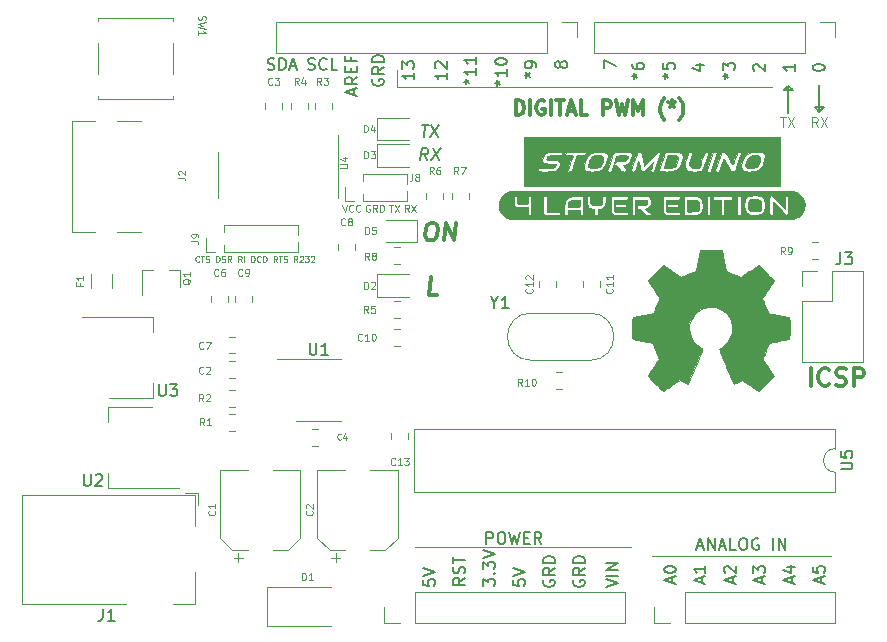
<source format=gbr>
G04 #@! TF.GenerationSoftware,KiCad,Pcbnew,(5.1.9)-1*
G04 #@! TF.CreationDate,2021-03-23T22:38:23+04:00*
G04 #@! TF.ProjectId,stormduino Rev2,73746f72-6d64-4756-996e-6f2052657632,rev?*
G04 #@! TF.SameCoordinates,Original*
G04 #@! TF.FileFunction,Legend,Top*
G04 #@! TF.FilePolarity,Positive*
%FSLAX46Y46*%
G04 Gerber Fmt 4.6, Leading zero omitted, Abs format (unit mm)*
G04 Created by KiCad (PCBNEW (5.1.9)-1) date 2021-03-23 22:38:23*
%MOMM*%
%LPD*%
G01*
G04 APERTURE LIST*
%ADD10C,0.100000*%
%ADD11C,0.300000*%
%ADD12C,0.150000*%
%ADD13C,0.120000*%
%ADD14C,0.200000*%
%ADD15C,0.010000*%
G04 APERTURE END LIST*
D10*
X120686309Y-66967871D02*
X120662500Y-66991680D01*
X120591071Y-67015490D01*
X120543452Y-67015490D01*
X120472023Y-66991680D01*
X120424404Y-66944061D01*
X120400595Y-66896442D01*
X120376785Y-66801204D01*
X120376785Y-66729776D01*
X120400595Y-66634538D01*
X120424404Y-66586919D01*
X120472023Y-66539300D01*
X120543452Y-66515490D01*
X120591071Y-66515490D01*
X120662500Y-66539300D01*
X120686309Y-66563109D01*
X120829166Y-66515490D02*
X121114880Y-66515490D01*
X120972023Y-67015490D02*
X120972023Y-66515490D01*
X121257738Y-66991680D02*
X121329166Y-67015490D01*
X121448214Y-67015490D01*
X121495833Y-66991680D01*
X121519642Y-66967871D01*
X121543452Y-66920252D01*
X121543452Y-66872633D01*
X121519642Y-66825014D01*
X121495833Y-66801204D01*
X121448214Y-66777395D01*
X121352976Y-66753585D01*
X121305357Y-66729776D01*
X121281547Y-66705966D01*
X121257738Y-66658347D01*
X121257738Y-66610728D01*
X121281547Y-66563109D01*
X121305357Y-66539300D01*
X121352976Y-66515490D01*
X121472023Y-66515490D01*
X121543452Y-66539300D01*
X122138690Y-67015490D02*
X122138690Y-66515490D01*
X122257738Y-66515490D01*
X122329166Y-66539300D01*
X122376785Y-66586919D01*
X122400595Y-66634538D01*
X122424404Y-66729776D01*
X122424404Y-66801204D01*
X122400595Y-66896442D01*
X122376785Y-66944061D01*
X122329166Y-66991680D01*
X122257738Y-67015490D01*
X122138690Y-67015490D01*
X122614880Y-66991680D02*
X122686309Y-67015490D01*
X122805357Y-67015490D01*
X122852976Y-66991680D01*
X122876785Y-66967871D01*
X122900595Y-66920252D01*
X122900595Y-66872633D01*
X122876785Y-66825014D01*
X122852976Y-66801204D01*
X122805357Y-66777395D01*
X122710119Y-66753585D01*
X122662500Y-66729776D01*
X122638690Y-66705966D01*
X122614880Y-66658347D01*
X122614880Y-66610728D01*
X122638690Y-66563109D01*
X122662500Y-66539300D01*
X122710119Y-66515490D01*
X122829166Y-66515490D01*
X122900595Y-66539300D01*
X123400595Y-67015490D02*
X123233928Y-66777395D01*
X123114880Y-67015490D02*
X123114880Y-66515490D01*
X123305357Y-66515490D01*
X123352976Y-66539300D01*
X123376785Y-66563109D01*
X123400595Y-66610728D01*
X123400595Y-66682157D01*
X123376785Y-66729776D01*
X123352976Y-66753585D01*
X123305357Y-66777395D01*
X123114880Y-66777395D01*
X124281547Y-67015490D02*
X124114880Y-66777395D01*
X123995833Y-67015490D02*
X123995833Y-66515490D01*
X124186309Y-66515490D01*
X124233928Y-66539300D01*
X124257738Y-66563109D01*
X124281547Y-66610728D01*
X124281547Y-66682157D01*
X124257738Y-66729776D01*
X124233928Y-66753585D01*
X124186309Y-66777395D01*
X123995833Y-66777395D01*
X124495833Y-67015490D02*
X124495833Y-66515490D01*
X125114880Y-67015490D02*
X125114880Y-66515490D01*
X125233928Y-66515490D01*
X125305357Y-66539300D01*
X125352976Y-66586919D01*
X125376785Y-66634538D01*
X125400595Y-66729776D01*
X125400595Y-66801204D01*
X125376785Y-66896442D01*
X125352976Y-66944061D01*
X125305357Y-66991680D01*
X125233928Y-67015490D01*
X125114880Y-67015490D01*
X125900595Y-66967871D02*
X125876785Y-66991680D01*
X125805357Y-67015490D01*
X125757738Y-67015490D01*
X125686309Y-66991680D01*
X125638690Y-66944061D01*
X125614880Y-66896442D01*
X125591071Y-66801204D01*
X125591071Y-66729776D01*
X125614880Y-66634538D01*
X125638690Y-66586919D01*
X125686309Y-66539300D01*
X125757738Y-66515490D01*
X125805357Y-66515490D01*
X125876785Y-66539300D01*
X125900595Y-66563109D01*
X126114880Y-67015490D02*
X126114880Y-66515490D01*
X126233928Y-66515490D01*
X126305357Y-66539300D01*
X126352976Y-66586919D01*
X126376785Y-66634538D01*
X126400595Y-66729776D01*
X126400595Y-66801204D01*
X126376785Y-66896442D01*
X126352976Y-66944061D01*
X126305357Y-66991680D01*
X126233928Y-67015490D01*
X126114880Y-67015490D01*
X127281547Y-67015490D02*
X127114880Y-66777395D01*
X126995833Y-67015490D02*
X126995833Y-66515490D01*
X127186309Y-66515490D01*
X127233928Y-66539300D01*
X127257738Y-66563109D01*
X127281547Y-66610728D01*
X127281547Y-66682157D01*
X127257738Y-66729776D01*
X127233928Y-66753585D01*
X127186309Y-66777395D01*
X126995833Y-66777395D01*
X127424404Y-66515490D02*
X127710119Y-66515490D01*
X127567261Y-67015490D02*
X127567261Y-66515490D01*
X127852976Y-66991680D02*
X127924404Y-67015490D01*
X128043452Y-67015490D01*
X128091071Y-66991680D01*
X128114880Y-66967871D01*
X128138690Y-66920252D01*
X128138690Y-66872633D01*
X128114880Y-66825014D01*
X128091071Y-66801204D01*
X128043452Y-66777395D01*
X127948214Y-66753585D01*
X127900595Y-66729776D01*
X127876785Y-66705966D01*
X127852976Y-66658347D01*
X127852976Y-66610728D01*
X127876785Y-66563109D01*
X127900595Y-66539300D01*
X127948214Y-66515490D01*
X128067261Y-66515490D01*
X128138690Y-66539300D01*
X129019642Y-67015490D02*
X128852976Y-66777395D01*
X128733928Y-67015490D02*
X128733928Y-66515490D01*
X128924404Y-66515490D01*
X128972023Y-66539300D01*
X128995833Y-66563109D01*
X129019642Y-66610728D01*
X129019642Y-66682157D01*
X128995833Y-66729776D01*
X128972023Y-66753585D01*
X128924404Y-66777395D01*
X128733928Y-66777395D01*
X129210119Y-66563109D02*
X129233928Y-66539300D01*
X129281547Y-66515490D01*
X129400595Y-66515490D01*
X129448214Y-66539300D01*
X129472023Y-66563109D01*
X129495833Y-66610728D01*
X129495833Y-66658347D01*
X129472023Y-66729776D01*
X129186309Y-67015490D01*
X129495833Y-67015490D01*
X129662499Y-66515490D02*
X129972023Y-66515490D01*
X129805357Y-66705966D01*
X129876785Y-66705966D01*
X129924404Y-66729776D01*
X129948214Y-66753585D01*
X129972023Y-66801204D01*
X129972023Y-66920252D01*
X129948214Y-66967871D01*
X129924404Y-66991680D01*
X129876785Y-67015490D01*
X129733928Y-67015490D01*
X129686309Y-66991680D01*
X129662499Y-66967871D01*
X130162499Y-66563109D02*
X130186309Y-66539300D01*
X130233928Y-66515490D01*
X130352976Y-66515490D01*
X130400595Y-66539300D01*
X130424404Y-66563109D01*
X130448214Y-66610728D01*
X130448214Y-66658347D01*
X130424404Y-66729776D01*
X130138690Y-67015490D01*
X130448214Y-67015490D01*
X136766357Y-62155428D02*
X137109214Y-62155428D01*
X136937785Y-62755428D02*
X136937785Y-62155428D01*
X137252071Y-62155428D02*
X137652071Y-62755428D01*
X137652071Y-62155428D02*
X137252071Y-62755428D01*
X138457000Y-62755428D02*
X138257000Y-62469714D01*
X138114142Y-62755428D02*
X138114142Y-62155428D01*
X138342714Y-62155428D01*
X138399857Y-62184000D01*
X138428428Y-62212571D01*
X138457000Y-62269714D01*
X138457000Y-62355428D01*
X138428428Y-62412571D01*
X138399857Y-62441142D01*
X138342714Y-62469714D01*
X138114142Y-62469714D01*
X138657000Y-62155428D02*
X139057000Y-62755428D01*
X139057000Y-62155428D02*
X138657000Y-62755428D01*
X135129642Y-62184000D02*
X135072500Y-62155428D01*
X134986785Y-62155428D01*
X134901071Y-62184000D01*
X134843928Y-62241142D01*
X134815357Y-62298285D01*
X134786785Y-62412571D01*
X134786785Y-62498285D01*
X134815357Y-62612571D01*
X134843928Y-62669714D01*
X134901071Y-62726857D01*
X134986785Y-62755428D01*
X135043928Y-62755428D01*
X135129642Y-62726857D01*
X135158214Y-62698285D01*
X135158214Y-62498285D01*
X135043928Y-62498285D01*
X135758214Y-62755428D02*
X135558214Y-62469714D01*
X135415357Y-62755428D02*
X135415357Y-62155428D01*
X135643928Y-62155428D01*
X135701071Y-62184000D01*
X135729642Y-62212571D01*
X135758214Y-62269714D01*
X135758214Y-62355428D01*
X135729642Y-62412571D01*
X135701071Y-62441142D01*
X135643928Y-62469714D01*
X135415357Y-62469714D01*
X136015357Y-62755428D02*
X136015357Y-62155428D01*
X136158214Y-62155428D01*
X136243928Y-62184000D01*
X136301071Y-62241142D01*
X136329642Y-62298285D01*
X136358214Y-62412571D01*
X136358214Y-62498285D01*
X136329642Y-62612571D01*
X136301071Y-62669714D01*
X136243928Y-62726857D01*
X136158214Y-62755428D01*
X136015357Y-62755428D01*
X132804000Y-62155428D02*
X133004000Y-62755428D01*
X133204000Y-62155428D01*
X133746857Y-62698285D02*
X133718285Y-62726857D01*
X133632571Y-62755428D01*
X133575428Y-62755428D01*
X133489714Y-62726857D01*
X133432571Y-62669714D01*
X133404000Y-62612571D01*
X133375428Y-62498285D01*
X133375428Y-62412571D01*
X133404000Y-62298285D01*
X133432571Y-62241142D01*
X133489714Y-62184000D01*
X133575428Y-62155428D01*
X133632571Y-62155428D01*
X133718285Y-62184000D01*
X133746857Y-62212571D01*
X134346857Y-62698285D02*
X134318285Y-62726857D01*
X134232571Y-62755428D01*
X134175428Y-62755428D01*
X134089714Y-62726857D01*
X134032571Y-62669714D01*
X134004000Y-62612571D01*
X133975428Y-62498285D01*
X133975428Y-62412571D01*
X134004000Y-62298285D01*
X134032571Y-62241142D01*
X134089714Y-62184000D01*
X134175428Y-62155428D01*
X134232571Y-62155428D01*
X134318285Y-62184000D01*
X134346857Y-62212571D01*
D11*
X140326857Y-63694571D02*
X140612571Y-63694571D01*
X140746500Y-63766000D01*
X140871500Y-63908857D01*
X140907214Y-64194571D01*
X140844714Y-64694571D01*
X140737571Y-64980285D01*
X140576857Y-65123142D01*
X140425071Y-65194571D01*
X140139357Y-65194571D01*
X140005428Y-65123142D01*
X139880428Y-64980285D01*
X139844714Y-64694571D01*
X139907214Y-64194571D01*
X140014357Y-63908857D01*
X140175071Y-63766000D01*
X140326857Y-63694571D01*
X141425071Y-65194571D02*
X141612571Y-63694571D01*
X142282214Y-65194571D01*
X142469714Y-63694571D01*
X140833714Y-69830071D02*
X140119428Y-69830071D01*
X140306928Y-68330071D01*
D12*
X140004848Y-58364380D02*
X139731038Y-57888190D01*
X139433419Y-58364380D02*
X139558419Y-57364380D01*
X139939372Y-57364380D01*
X140028657Y-57412000D01*
X140070324Y-57459619D01*
X140106038Y-57554857D01*
X140088181Y-57697714D01*
X140028657Y-57792952D01*
X139975086Y-57840571D01*
X139873895Y-57888190D01*
X139492943Y-57888190D01*
X140463181Y-57364380D02*
X141004848Y-58364380D01*
X141129848Y-57364380D02*
X140338181Y-58364380D01*
X139547310Y-55459380D02*
X140118738Y-55459380D01*
X139708024Y-56459380D02*
X139833024Y-55459380D01*
X140356833Y-55459380D02*
X140898500Y-56459380D01*
X141023500Y-55459380D02*
X140231833Y-56459380D01*
D13*
X137414000Y-52197000D02*
X138000000Y-52200000D01*
X137414000Y-50800000D02*
X137414000Y-52197000D01*
D12*
X162862095Y-91098666D02*
X163338285Y-91098666D01*
X162766857Y-91384380D02*
X163100190Y-90384380D01*
X163433523Y-91384380D01*
X163766857Y-91384380D02*
X163766857Y-90384380D01*
X164338285Y-91384380D01*
X164338285Y-90384380D01*
X164766857Y-91098666D02*
X165243047Y-91098666D01*
X164671619Y-91384380D02*
X165004952Y-90384380D01*
X165338285Y-91384380D01*
X166147809Y-91384380D02*
X165671619Y-91384380D01*
X165671619Y-90384380D01*
X166671619Y-90384380D02*
X166862095Y-90384380D01*
X166957333Y-90432000D01*
X167052571Y-90527238D01*
X167100190Y-90717714D01*
X167100190Y-91051047D01*
X167052571Y-91241523D01*
X166957333Y-91336761D01*
X166862095Y-91384380D01*
X166671619Y-91384380D01*
X166576380Y-91336761D01*
X166481142Y-91241523D01*
X166433523Y-91051047D01*
X166433523Y-90717714D01*
X166481142Y-90527238D01*
X166576380Y-90432000D01*
X166671619Y-90384380D01*
X168052571Y-90432000D02*
X167957333Y-90384380D01*
X167814476Y-90384380D01*
X167671619Y-90432000D01*
X167576380Y-90527238D01*
X167528761Y-90622476D01*
X167481142Y-90812952D01*
X167481142Y-90955809D01*
X167528761Y-91146285D01*
X167576380Y-91241523D01*
X167671619Y-91336761D01*
X167814476Y-91384380D01*
X167909714Y-91384380D01*
X168052571Y-91336761D01*
X168100190Y-91289142D01*
X168100190Y-90955809D01*
X167909714Y-90955809D01*
X169290666Y-91384380D02*
X169290666Y-90384380D01*
X169766857Y-91384380D02*
X169766857Y-90384380D01*
X170338285Y-91384380D01*
X170338285Y-90384380D01*
X145010476Y-90876380D02*
X145010476Y-89876380D01*
X145391428Y-89876380D01*
X145486666Y-89924000D01*
X145534285Y-89971619D01*
X145581904Y-90066857D01*
X145581904Y-90209714D01*
X145534285Y-90304952D01*
X145486666Y-90352571D01*
X145391428Y-90400190D01*
X145010476Y-90400190D01*
X146200952Y-89876380D02*
X146391428Y-89876380D01*
X146486666Y-89924000D01*
X146581904Y-90019238D01*
X146629523Y-90209714D01*
X146629523Y-90543047D01*
X146581904Y-90733523D01*
X146486666Y-90828761D01*
X146391428Y-90876380D01*
X146200952Y-90876380D01*
X146105714Y-90828761D01*
X146010476Y-90733523D01*
X145962857Y-90543047D01*
X145962857Y-90209714D01*
X146010476Y-90019238D01*
X146105714Y-89924000D01*
X146200952Y-89876380D01*
X146962857Y-89876380D02*
X147200952Y-90876380D01*
X147391428Y-90162095D01*
X147581904Y-90876380D01*
X147820000Y-89876380D01*
X148200952Y-90352571D02*
X148534285Y-90352571D01*
X148677142Y-90876380D02*
X148200952Y-90876380D01*
X148200952Y-89876380D01*
X148677142Y-89876380D01*
X149677142Y-90876380D02*
X149343809Y-90400190D01*
X149105714Y-90876380D02*
X149105714Y-89876380D01*
X149486666Y-89876380D01*
X149581904Y-89924000D01*
X149629523Y-89971619D01*
X149677142Y-90066857D01*
X149677142Y-90209714D01*
X149629523Y-90304952D01*
X149581904Y-90352571D01*
X149486666Y-90400190D01*
X149105714Y-90400190D01*
D13*
X157226000Y-91186000D02*
X138938000Y-91186000D01*
X159004000Y-91948000D02*
X174180500Y-91948000D01*
D11*
X147514285Y-54542857D02*
X147514285Y-53342857D01*
X147800000Y-53342857D01*
X147971428Y-53400000D01*
X148085714Y-53514285D01*
X148142857Y-53628571D01*
X148200000Y-53857142D01*
X148200000Y-54028571D01*
X148142857Y-54257142D01*
X148085714Y-54371428D01*
X147971428Y-54485714D01*
X147800000Y-54542857D01*
X147514285Y-54542857D01*
X148714285Y-54542857D02*
X148714285Y-53342857D01*
X149914285Y-53400000D02*
X149800000Y-53342857D01*
X149628571Y-53342857D01*
X149457142Y-53400000D01*
X149342857Y-53514285D01*
X149285714Y-53628571D01*
X149228571Y-53857142D01*
X149228571Y-54028571D01*
X149285714Y-54257142D01*
X149342857Y-54371428D01*
X149457142Y-54485714D01*
X149628571Y-54542857D01*
X149742857Y-54542857D01*
X149914285Y-54485714D01*
X149971428Y-54428571D01*
X149971428Y-54028571D01*
X149742857Y-54028571D01*
X150485714Y-54542857D02*
X150485714Y-53342857D01*
X150885714Y-53342857D02*
X151571428Y-53342857D01*
X151228571Y-54542857D02*
X151228571Y-53342857D01*
X151914285Y-54200000D02*
X152485714Y-54200000D01*
X151800000Y-54542857D02*
X152200000Y-53342857D01*
X152600000Y-54542857D01*
X153571428Y-54542857D02*
X153000000Y-54542857D01*
X153000000Y-53342857D01*
X154885714Y-54542857D02*
X154885714Y-53342857D01*
X155342857Y-53342857D01*
X155457142Y-53400000D01*
X155514285Y-53457142D01*
X155571428Y-53571428D01*
X155571428Y-53742857D01*
X155514285Y-53857142D01*
X155457142Y-53914285D01*
X155342857Y-53971428D01*
X154885714Y-53971428D01*
X155971428Y-53342857D02*
X156257142Y-54542857D01*
X156485714Y-53685714D01*
X156714285Y-54542857D01*
X157000000Y-53342857D01*
X157457142Y-54542857D02*
X157457142Y-53342857D01*
X157857142Y-54200000D01*
X158257142Y-53342857D01*
X158257142Y-54542857D01*
X160085714Y-55000000D02*
X160028571Y-54942857D01*
X159914285Y-54771428D01*
X159857142Y-54657142D01*
X159800000Y-54485714D01*
X159742857Y-54200000D01*
X159742857Y-53971428D01*
X159800000Y-53685714D01*
X159857142Y-53514285D01*
X159914285Y-53400000D01*
X160028571Y-53228571D01*
X160085714Y-53171428D01*
X160714285Y-53342857D02*
X160714285Y-53628571D01*
X160428571Y-53514285D02*
X160714285Y-53628571D01*
X161000000Y-53514285D01*
X160542857Y-53857142D02*
X160714285Y-53628571D01*
X160885714Y-53857142D01*
X161342857Y-55000000D02*
X161400000Y-54942857D01*
X161514285Y-54771428D01*
X161571428Y-54657142D01*
X161628571Y-54485714D01*
X161685714Y-54200000D01*
X161685714Y-53971428D01*
X161628571Y-53685714D01*
X161571428Y-53514285D01*
X161514285Y-53400000D01*
X161400000Y-53228571D01*
X161342857Y-53171428D01*
D13*
X169200000Y-52200000D02*
X138000000Y-52200000D01*
D10*
X173066666Y-55561904D02*
X172800000Y-55180952D01*
X172609523Y-55561904D02*
X172609523Y-54761904D01*
X172914285Y-54761904D01*
X172990476Y-54800000D01*
X173028571Y-54838095D01*
X173066666Y-54914285D01*
X173066666Y-55028571D01*
X173028571Y-55104761D01*
X172990476Y-55142857D01*
X172914285Y-55180952D01*
X172609523Y-55180952D01*
X173333333Y-54761904D02*
X173866666Y-55561904D01*
X173866666Y-54761904D02*
X173333333Y-55561904D01*
X169890476Y-54761904D02*
X170347619Y-54761904D01*
X170119047Y-55561904D02*
X170119047Y-54761904D01*
X170538095Y-54761904D02*
X171071428Y-55561904D01*
X171071428Y-54761904D02*
X170538095Y-55561904D01*
D14*
X170570860Y-54380228D02*
X170570860Y-52080228D01*
X170570860Y-52080228D02*
X170970860Y-52480228D01*
X170970860Y-52480228D02*
X170170860Y-52480228D01*
X170170860Y-52480228D02*
X170570860Y-52080228D01*
X173600000Y-53900000D02*
X173200000Y-54300000D01*
X172800000Y-53900000D02*
X173600000Y-53900000D01*
X173200000Y-54300000D02*
X172800000Y-53900000D01*
X173200000Y-52000000D02*
X173200000Y-54300000D01*
X126485714Y-50704761D02*
X126628571Y-50752380D01*
X126866666Y-50752380D01*
X126961904Y-50704761D01*
X127009523Y-50657142D01*
X127057142Y-50561904D01*
X127057142Y-50466666D01*
X127009523Y-50371428D01*
X126961904Y-50323809D01*
X126866666Y-50276190D01*
X126676190Y-50228571D01*
X126580952Y-50180952D01*
X126533333Y-50133333D01*
X126485714Y-50038095D01*
X126485714Y-49942857D01*
X126533333Y-49847619D01*
X126580952Y-49800000D01*
X126676190Y-49752380D01*
X126914285Y-49752380D01*
X127057142Y-49800000D01*
X127485714Y-50752380D02*
X127485714Y-49752380D01*
X127723809Y-49752380D01*
X127866666Y-49800000D01*
X127961904Y-49895238D01*
X128009523Y-49990476D01*
X128057142Y-50180952D01*
X128057142Y-50323809D01*
X128009523Y-50514285D01*
X127961904Y-50609523D01*
X127866666Y-50704761D01*
X127723809Y-50752380D01*
X127485714Y-50752380D01*
X128438095Y-50466666D02*
X128914285Y-50466666D01*
X128342857Y-50752380D02*
X128676190Y-49752380D01*
X129009523Y-50752380D01*
X129909523Y-50704761D02*
X130052380Y-50752380D01*
X130290476Y-50752380D01*
X130385714Y-50704761D01*
X130433333Y-50657142D01*
X130480952Y-50561904D01*
X130480952Y-50466666D01*
X130433333Y-50371428D01*
X130385714Y-50323809D01*
X130290476Y-50276190D01*
X130100000Y-50228571D01*
X130004761Y-50180952D01*
X129957142Y-50133333D01*
X129909523Y-50038095D01*
X129909523Y-49942857D01*
X129957142Y-49847619D01*
X130004761Y-49800000D01*
X130100000Y-49752380D01*
X130338095Y-49752380D01*
X130480952Y-49800000D01*
X131480952Y-50657142D02*
X131433333Y-50704761D01*
X131290476Y-50752380D01*
X131195238Y-50752380D01*
X131052380Y-50704761D01*
X130957142Y-50609523D01*
X130909523Y-50514285D01*
X130861904Y-50323809D01*
X130861904Y-50180952D01*
X130909523Y-49990476D01*
X130957142Y-49895238D01*
X131052380Y-49800000D01*
X131195238Y-49752380D01*
X131290476Y-49752380D01*
X131433333Y-49800000D01*
X131480952Y-49847619D01*
X132385714Y-50752380D02*
X131909523Y-50752380D01*
X131909523Y-49752380D01*
X133796666Y-52849047D02*
X133796666Y-52372857D01*
X134082380Y-52944285D02*
X133082380Y-52610952D01*
X134082380Y-52277619D01*
X134082380Y-51372857D02*
X133606190Y-51706190D01*
X134082380Y-51944285D02*
X133082380Y-51944285D01*
X133082380Y-51563333D01*
X133130000Y-51468095D01*
X133177619Y-51420476D01*
X133272857Y-51372857D01*
X133415714Y-51372857D01*
X133510952Y-51420476D01*
X133558571Y-51468095D01*
X133606190Y-51563333D01*
X133606190Y-51944285D01*
X133558571Y-50944285D02*
X133558571Y-50610952D01*
X134082380Y-50468095D02*
X134082380Y-50944285D01*
X133082380Y-50944285D01*
X133082380Y-50468095D01*
X133558571Y-49706190D02*
X133558571Y-50039523D01*
X134082380Y-50039523D02*
X133082380Y-50039523D01*
X133082380Y-49563333D01*
X135390000Y-51538095D02*
X135342380Y-51633333D01*
X135342380Y-51776190D01*
X135390000Y-51919047D01*
X135485238Y-52014285D01*
X135580476Y-52061904D01*
X135770952Y-52109523D01*
X135913809Y-52109523D01*
X136104285Y-52061904D01*
X136199523Y-52014285D01*
X136294761Y-51919047D01*
X136342380Y-51776190D01*
X136342380Y-51680952D01*
X136294761Y-51538095D01*
X136247142Y-51490476D01*
X135913809Y-51490476D01*
X135913809Y-51680952D01*
X136342380Y-50490476D02*
X135866190Y-50823809D01*
X136342380Y-51061904D02*
X135342380Y-51061904D01*
X135342380Y-50680952D01*
X135390000Y-50585714D01*
X135437619Y-50538095D01*
X135532857Y-50490476D01*
X135675714Y-50490476D01*
X135770952Y-50538095D01*
X135818571Y-50585714D01*
X135866190Y-50680952D01*
X135866190Y-51061904D01*
X136342380Y-50061904D02*
X135342380Y-50061904D01*
X135342380Y-49823809D01*
X135390000Y-49680952D01*
X135485238Y-49585714D01*
X135580476Y-49538095D01*
X135770952Y-49490476D01*
X135913809Y-49490476D01*
X136104285Y-49538095D01*
X136199523Y-49585714D01*
X136294761Y-49680952D01*
X136342380Y-49823809D01*
X136342380Y-50061904D01*
D11*
X172474214Y-77513571D02*
X172474214Y-76013571D01*
X174045642Y-77370714D02*
X173974214Y-77442142D01*
X173759928Y-77513571D01*
X173617071Y-77513571D01*
X173402785Y-77442142D01*
X173259928Y-77299285D01*
X173188500Y-77156428D01*
X173117071Y-76870714D01*
X173117071Y-76656428D01*
X173188500Y-76370714D01*
X173259928Y-76227857D01*
X173402785Y-76085000D01*
X173617071Y-76013571D01*
X173759928Y-76013571D01*
X173974214Y-76085000D01*
X174045642Y-76156428D01*
X174617071Y-77442142D02*
X174831357Y-77513571D01*
X175188500Y-77513571D01*
X175331357Y-77442142D01*
X175402785Y-77370714D01*
X175474214Y-77227857D01*
X175474214Y-77085000D01*
X175402785Y-76942142D01*
X175331357Y-76870714D01*
X175188500Y-76799285D01*
X174902785Y-76727857D01*
X174759928Y-76656428D01*
X174688500Y-76585000D01*
X174617071Y-76442142D01*
X174617071Y-76299285D01*
X174688500Y-76156428D01*
X174759928Y-76085000D01*
X174902785Y-76013571D01*
X175259928Y-76013571D01*
X175474214Y-76085000D01*
X176117071Y-77513571D02*
X176117071Y-76013571D01*
X176688500Y-76013571D01*
X176831357Y-76085000D01*
X176902785Y-76156428D01*
X176974214Y-76299285D01*
X176974214Y-76513571D01*
X176902785Y-76656428D01*
X176831357Y-76727857D01*
X176688500Y-76799285D01*
X176117071Y-76799285D01*
D14*
X173366666Y-94186285D02*
X173366666Y-93710095D01*
X173652380Y-94281523D02*
X172652380Y-93948190D01*
X173652380Y-93614857D01*
X172652380Y-92805333D02*
X172652380Y-93281523D01*
X173128571Y-93329142D01*
X173080952Y-93281523D01*
X173033333Y-93186285D01*
X173033333Y-92948190D01*
X173080952Y-92852952D01*
X173128571Y-92805333D01*
X173223809Y-92757714D01*
X173461904Y-92757714D01*
X173557142Y-92805333D01*
X173604761Y-92852952D01*
X173652380Y-92948190D01*
X173652380Y-93186285D01*
X173604761Y-93281523D01*
X173557142Y-93329142D01*
X170854666Y-94186285D02*
X170854666Y-93710095D01*
X171140380Y-94281523D02*
X170140380Y-93948190D01*
X171140380Y-93614857D01*
X170473714Y-92852952D02*
X171140380Y-92852952D01*
X170092761Y-93091047D02*
X170807047Y-93329142D01*
X170807047Y-92710095D01*
X168314666Y-94186285D02*
X168314666Y-93710095D01*
X168600380Y-94281523D02*
X167600380Y-93948190D01*
X168600380Y-93614857D01*
X167600380Y-93376761D02*
X167600380Y-92757714D01*
X167981333Y-93091047D01*
X167981333Y-92948190D01*
X168028952Y-92852952D01*
X168076571Y-92805333D01*
X168171809Y-92757714D01*
X168409904Y-92757714D01*
X168505142Y-92805333D01*
X168552761Y-92852952D01*
X168600380Y-92948190D01*
X168600380Y-93233904D01*
X168552761Y-93329142D01*
X168505142Y-93376761D01*
X165866666Y-94186285D02*
X165866666Y-93710095D01*
X166152380Y-94281523D02*
X165152380Y-93948190D01*
X166152380Y-93614857D01*
X165247619Y-93329142D02*
X165200000Y-93281523D01*
X165152380Y-93186285D01*
X165152380Y-92948190D01*
X165200000Y-92852952D01*
X165247619Y-92805333D01*
X165342857Y-92757714D01*
X165438095Y-92757714D01*
X165580952Y-92805333D01*
X166152380Y-93376761D01*
X166152380Y-92757714D01*
X163266666Y-94186285D02*
X163266666Y-93710095D01*
X163552380Y-94281523D02*
X162552380Y-93948190D01*
X163552380Y-93614857D01*
X163552380Y-92757714D02*
X163552380Y-93329142D01*
X163552380Y-93043428D02*
X162552380Y-93043428D01*
X162695238Y-93138666D01*
X162790476Y-93233904D01*
X162838095Y-93329142D01*
X160766666Y-94186285D02*
X160766666Y-93710095D01*
X161052380Y-94281523D02*
X160052380Y-93948190D01*
X161052380Y-93614857D01*
X160052380Y-93091047D02*
X160052380Y-92995809D01*
X160100000Y-92900571D01*
X160147619Y-92852952D01*
X160242857Y-92805333D01*
X160433333Y-92757714D01*
X160671428Y-92757714D01*
X160861904Y-92805333D01*
X160957142Y-92852952D01*
X161004761Y-92900571D01*
X161052380Y-92995809D01*
X161052380Y-93091047D01*
X161004761Y-93186285D01*
X160957142Y-93233904D01*
X160861904Y-93281523D01*
X160671428Y-93329142D01*
X160433333Y-93329142D01*
X160242857Y-93281523D01*
X160147619Y-93233904D01*
X160100000Y-93186285D01*
X160052380Y-93091047D01*
X155154380Y-94567238D02*
X156154380Y-94233904D01*
X155154380Y-93900571D01*
X156154380Y-93567238D02*
X155154380Y-93567238D01*
X156154380Y-93091047D02*
X155154380Y-93091047D01*
X156154380Y-92519619D01*
X155154380Y-92519619D01*
X152408000Y-93956095D02*
X152360380Y-94051333D01*
X152360380Y-94194190D01*
X152408000Y-94337047D01*
X152503238Y-94432285D01*
X152598476Y-94479904D01*
X152788952Y-94527523D01*
X152931809Y-94527523D01*
X153122285Y-94479904D01*
X153217523Y-94432285D01*
X153312761Y-94337047D01*
X153360380Y-94194190D01*
X153360380Y-94098952D01*
X153312761Y-93956095D01*
X153265142Y-93908476D01*
X152931809Y-93908476D01*
X152931809Y-94098952D01*
X153360380Y-92908476D02*
X152884190Y-93241809D01*
X153360380Y-93479904D02*
X152360380Y-93479904D01*
X152360380Y-93098952D01*
X152408000Y-93003714D01*
X152455619Y-92956095D01*
X152550857Y-92908476D01*
X152693714Y-92908476D01*
X152788952Y-92956095D01*
X152836571Y-93003714D01*
X152884190Y-93098952D01*
X152884190Y-93479904D01*
X153360380Y-92479904D02*
X152360380Y-92479904D01*
X152360380Y-92241809D01*
X152408000Y-92098952D01*
X152503238Y-92003714D01*
X152598476Y-91956095D01*
X152788952Y-91908476D01*
X152931809Y-91908476D01*
X153122285Y-91956095D01*
X153217523Y-92003714D01*
X153312761Y-92098952D01*
X153360380Y-92241809D01*
X153360380Y-92479904D01*
X149868000Y-93956095D02*
X149820380Y-94051333D01*
X149820380Y-94194190D01*
X149868000Y-94337047D01*
X149963238Y-94432285D01*
X150058476Y-94479904D01*
X150248952Y-94527523D01*
X150391809Y-94527523D01*
X150582285Y-94479904D01*
X150677523Y-94432285D01*
X150772761Y-94337047D01*
X150820380Y-94194190D01*
X150820380Y-94098952D01*
X150772761Y-93956095D01*
X150725142Y-93908476D01*
X150391809Y-93908476D01*
X150391809Y-94098952D01*
X150820380Y-92908476D02*
X150344190Y-93241809D01*
X150820380Y-93479904D02*
X149820380Y-93479904D01*
X149820380Y-93098952D01*
X149868000Y-93003714D01*
X149915619Y-92956095D01*
X150010857Y-92908476D01*
X150153714Y-92908476D01*
X150248952Y-92956095D01*
X150296571Y-93003714D01*
X150344190Y-93098952D01*
X150344190Y-93479904D01*
X150820380Y-92479904D02*
X149820380Y-92479904D01*
X149820380Y-92241809D01*
X149868000Y-92098952D01*
X149963238Y-92003714D01*
X150058476Y-91956095D01*
X150248952Y-91908476D01*
X150391809Y-91908476D01*
X150582285Y-91956095D01*
X150677523Y-92003714D01*
X150772761Y-92098952D01*
X150820380Y-92241809D01*
X150820380Y-92479904D01*
X147280380Y-93916476D02*
X147280380Y-94392666D01*
X147756571Y-94440285D01*
X147708952Y-94392666D01*
X147661333Y-94297428D01*
X147661333Y-94059333D01*
X147708952Y-93964095D01*
X147756571Y-93916476D01*
X147851809Y-93868857D01*
X148089904Y-93868857D01*
X148185142Y-93916476D01*
X148232761Y-93964095D01*
X148280380Y-94059333D01*
X148280380Y-94297428D01*
X148232761Y-94392666D01*
X148185142Y-94440285D01*
X147280380Y-93583142D02*
X148280380Y-93249809D01*
X147280380Y-92916476D01*
X144740380Y-94440190D02*
X144740380Y-93821142D01*
X145121333Y-94154476D01*
X145121333Y-94011619D01*
X145168952Y-93916380D01*
X145216571Y-93868761D01*
X145311809Y-93821142D01*
X145549904Y-93821142D01*
X145645142Y-93868761D01*
X145692761Y-93916380D01*
X145740380Y-94011619D01*
X145740380Y-94297333D01*
X145692761Y-94392571D01*
X145645142Y-94440190D01*
X145645142Y-93392571D02*
X145692761Y-93344952D01*
X145740380Y-93392571D01*
X145692761Y-93440190D01*
X145645142Y-93392571D01*
X145740380Y-93392571D01*
X144740380Y-93011619D02*
X144740380Y-92392571D01*
X145121333Y-92725904D01*
X145121333Y-92583047D01*
X145168952Y-92487809D01*
X145216571Y-92440190D01*
X145311809Y-92392571D01*
X145549904Y-92392571D01*
X145645142Y-92440190D01*
X145692761Y-92487809D01*
X145740380Y-92583047D01*
X145740380Y-92868761D01*
X145692761Y-92964000D01*
X145645142Y-93011619D01*
X144740380Y-92106857D02*
X145740380Y-91773523D01*
X144740380Y-91440190D01*
X143200380Y-93765619D02*
X142724190Y-94098952D01*
X143200380Y-94337047D02*
X142200380Y-94337047D01*
X142200380Y-93956095D01*
X142248000Y-93860857D01*
X142295619Y-93813238D01*
X142390857Y-93765619D01*
X142533714Y-93765619D01*
X142628952Y-93813238D01*
X142676571Y-93860857D01*
X142724190Y-93956095D01*
X142724190Y-94337047D01*
X143152761Y-93384666D02*
X143200380Y-93241809D01*
X143200380Y-93003714D01*
X143152761Y-92908476D01*
X143105142Y-92860857D01*
X143009904Y-92813238D01*
X142914666Y-92813238D01*
X142819428Y-92860857D01*
X142771809Y-92908476D01*
X142724190Y-93003714D01*
X142676571Y-93194190D01*
X142628952Y-93289428D01*
X142581333Y-93337047D01*
X142486095Y-93384666D01*
X142390857Y-93384666D01*
X142295619Y-93337047D01*
X142248000Y-93289428D01*
X142200380Y-93194190D01*
X142200380Y-92956095D01*
X142248000Y-92813238D01*
X142200380Y-92527523D02*
X142200380Y-91956095D01*
X143200380Y-92241809D02*
X142200380Y-92241809D01*
X139660380Y-93916476D02*
X139660380Y-94392666D01*
X140136571Y-94440285D01*
X140088952Y-94392666D01*
X140041333Y-94297428D01*
X140041333Y-94059333D01*
X140088952Y-93964095D01*
X140136571Y-93916476D01*
X140231809Y-93868857D01*
X140469904Y-93868857D01*
X140565142Y-93916476D01*
X140612761Y-93964095D01*
X140660380Y-94059333D01*
X140660380Y-94297428D01*
X140612761Y-94392666D01*
X140565142Y-94440285D01*
X139660380Y-93583142D02*
X140660380Y-93249809D01*
X139660380Y-92916476D01*
X172652380Y-50593619D02*
X172652380Y-50498380D01*
X172700000Y-50403142D01*
X172747619Y-50355523D01*
X172842857Y-50307904D01*
X173033333Y-50260285D01*
X173271428Y-50260285D01*
X173461904Y-50307904D01*
X173557142Y-50355523D01*
X173604761Y-50403142D01*
X173652380Y-50498380D01*
X173652380Y-50593619D01*
X173604761Y-50688857D01*
X173557142Y-50736476D01*
X173461904Y-50784095D01*
X173271428Y-50831714D01*
X173033333Y-50831714D01*
X172842857Y-50784095D01*
X172747619Y-50736476D01*
X172700000Y-50688857D01*
X172652380Y-50593619D01*
X171152380Y-50260285D02*
X171152380Y-50831714D01*
X171152380Y-50546000D02*
X170152380Y-50546000D01*
X170295238Y-50641238D01*
X170390476Y-50736476D01*
X170438095Y-50831714D01*
X167695619Y-50831714D02*
X167648000Y-50784095D01*
X167600380Y-50688857D01*
X167600380Y-50450761D01*
X167648000Y-50355523D01*
X167695619Y-50307904D01*
X167790857Y-50260285D01*
X167886095Y-50260285D01*
X168028952Y-50307904D01*
X168600380Y-50879333D01*
X168600380Y-50260285D01*
X165052380Y-51276190D02*
X165290476Y-51276190D01*
X165195238Y-51514285D02*
X165290476Y-51276190D01*
X165195238Y-51038095D01*
X165480952Y-51419047D02*
X165290476Y-51276190D01*
X165480952Y-51133333D01*
X165052380Y-50752380D02*
X165052380Y-50133333D01*
X165433333Y-50466666D01*
X165433333Y-50323809D01*
X165480952Y-50228571D01*
X165528571Y-50180952D01*
X165623809Y-50133333D01*
X165861904Y-50133333D01*
X165957142Y-50180952D01*
X166004761Y-50228571D01*
X166052380Y-50323809D01*
X166052380Y-50609523D01*
X166004761Y-50704761D01*
X165957142Y-50752380D01*
X162785714Y-50355523D02*
X163452380Y-50355523D01*
X162404761Y-50593619D02*
X163119047Y-50831714D01*
X163119047Y-50212666D01*
X159952380Y-51276190D02*
X160190476Y-51276190D01*
X160095238Y-51514285D02*
X160190476Y-51276190D01*
X160095238Y-51038095D01*
X160380952Y-51419047D02*
X160190476Y-51276190D01*
X160380952Y-51133333D01*
X159952380Y-50180952D02*
X159952380Y-50657142D01*
X160428571Y-50704761D01*
X160380952Y-50657142D01*
X160333333Y-50561904D01*
X160333333Y-50323809D01*
X160380952Y-50228571D01*
X160428571Y-50180952D01*
X160523809Y-50133333D01*
X160761904Y-50133333D01*
X160857142Y-50180952D01*
X160904761Y-50228571D01*
X160952380Y-50323809D01*
X160952380Y-50561904D01*
X160904761Y-50657142D01*
X160857142Y-50704761D01*
X157352380Y-51276190D02*
X157590476Y-51276190D01*
X157495238Y-51514285D02*
X157590476Y-51276190D01*
X157495238Y-51038095D01*
X157780952Y-51419047D02*
X157590476Y-51276190D01*
X157780952Y-51133333D01*
X157352380Y-50228571D02*
X157352380Y-50419047D01*
X157400000Y-50514285D01*
X157447619Y-50561904D01*
X157590476Y-50657142D01*
X157780952Y-50704761D01*
X158161904Y-50704761D01*
X158257142Y-50657142D01*
X158304761Y-50609523D01*
X158352380Y-50514285D01*
X158352380Y-50323809D01*
X158304761Y-50228571D01*
X158257142Y-50180952D01*
X158161904Y-50133333D01*
X157923809Y-50133333D01*
X157828571Y-50180952D01*
X157780952Y-50228571D01*
X157733333Y-50323809D01*
X157733333Y-50514285D01*
X157780952Y-50609523D01*
X157828571Y-50657142D01*
X157923809Y-50704761D01*
X154952380Y-50625333D02*
X154952380Y-49958666D01*
X155952380Y-50387238D01*
X151280952Y-50387238D02*
X151233333Y-50482476D01*
X151185714Y-50530095D01*
X151090476Y-50577714D01*
X151042857Y-50577714D01*
X150947619Y-50530095D01*
X150900000Y-50482476D01*
X150852380Y-50387238D01*
X150852380Y-50196761D01*
X150900000Y-50101523D01*
X150947619Y-50053904D01*
X151042857Y-50006285D01*
X151090476Y-50006285D01*
X151185714Y-50053904D01*
X151233333Y-50101523D01*
X151280952Y-50196761D01*
X151280952Y-50387238D01*
X151328571Y-50482476D01*
X151376190Y-50530095D01*
X151471428Y-50577714D01*
X151661904Y-50577714D01*
X151757142Y-50530095D01*
X151804761Y-50482476D01*
X151852380Y-50387238D01*
X151852380Y-50196761D01*
X151804761Y-50101523D01*
X151757142Y-50053904D01*
X151661904Y-50006285D01*
X151471428Y-50006285D01*
X151376190Y-50053904D01*
X151328571Y-50101523D01*
X151280952Y-50196761D01*
X148252380Y-51176190D02*
X148490476Y-51176190D01*
X148395238Y-51414285D02*
X148490476Y-51176190D01*
X148395238Y-50938095D01*
X148680952Y-51319047D02*
X148490476Y-51176190D01*
X148680952Y-51033333D01*
X149252380Y-50509523D02*
X149252380Y-50319047D01*
X149204761Y-50223809D01*
X149157142Y-50176190D01*
X149014285Y-50080952D01*
X148823809Y-50033333D01*
X148442857Y-50033333D01*
X148347619Y-50080952D01*
X148300000Y-50128571D01*
X148252380Y-50223809D01*
X148252380Y-50414285D01*
X148300000Y-50509523D01*
X148347619Y-50557142D01*
X148442857Y-50604761D01*
X148680952Y-50604761D01*
X148776190Y-50557142D01*
X148823809Y-50509523D01*
X148871428Y-50414285D01*
X148871428Y-50223809D01*
X148823809Y-50128571D01*
X148776190Y-50080952D01*
X148680952Y-50033333D01*
X145752380Y-51852380D02*
X145990476Y-51852380D01*
X145895238Y-52090476D02*
X145990476Y-51852380D01*
X145895238Y-51614285D01*
X146180952Y-51995238D02*
X145990476Y-51852380D01*
X146180952Y-51709523D01*
X146752380Y-50709523D02*
X146752380Y-51280952D01*
X146752380Y-50995238D02*
X145752380Y-50995238D01*
X145895238Y-51090476D01*
X145990476Y-51185714D01*
X146038095Y-51280952D01*
X145752380Y-50090476D02*
X145752380Y-49995238D01*
X145800000Y-49900000D01*
X145847619Y-49852380D01*
X145942857Y-49804761D01*
X146133333Y-49757142D01*
X146371428Y-49757142D01*
X146561904Y-49804761D01*
X146657142Y-49852380D01*
X146704761Y-49900000D01*
X146752380Y-49995238D01*
X146752380Y-50090476D01*
X146704761Y-50185714D01*
X146657142Y-50233333D01*
X146561904Y-50280952D01*
X146371428Y-50328571D01*
X146133333Y-50328571D01*
X145942857Y-50280952D01*
X145847619Y-50233333D01*
X145800000Y-50185714D01*
X145752380Y-50090476D01*
X143152380Y-51752380D02*
X143390476Y-51752380D01*
X143295238Y-51990476D02*
X143390476Y-51752380D01*
X143295238Y-51514285D01*
X143580952Y-51895238D02*
X143390476Y-51752380D01*
X143580952Y-51609523D01*
X144152380Y-50609523D02*
X144152380Y-51180952D01*
X144152380Y-50895238D02*
X143152380Y-50895238D01*
X143295238Y-50990476D01*
X143390476Y-51085714D01*
X143438095Y-51180952D01*
X144152380Y-49657142D02*
X144152380Y-50228571D01*
X144152380Y-49942857D02*
X143152380Y-49942857D01*
X143295238Y-50038095D01*
X143390476Y-50133333D01*
X143438095Y-50228571D01*
X141652380Y-50990476D02*
X141652380Y-51561904D01*
X141652380Y-51276190D02*
X140652380Y-51276190D01*
X140795238Y-51371428D01*
X140890476Y-51466666D01*
X140938095Y-51561904D01*
X140747619Y-50609523D02*
X140700000Y-50561904D01*
X140652380Y-50466666D01*
X140652380Y-50228571D01*
X140700000Y-50133333D01*
X140747619Y-50085714D01*
X140842857Y-50038095D01*
X140938095Y-50038095D01*
X141080952Y-50085714D01*
X141652380Y-50657142D01*
X141652380Y-50038095D01*
X138882380Y-50990476D02*
X138882380Y-51561904D01*
X138882380Y-51276190D02*
X137882380Y-51276190D01*
X138025238Y-51371428D01*
X138120476Y-51466666D01*
X138168095Y-51561904D01*
X137882380Y-50657142D02*
X137882380Y-50038095D01*
X138263333Y-50371428D01*
X138263333Y-50228571D01*
X138310952Y-50133333D01*
X138358571Y-50085714D01*
X138453809Y-50038095D01*
X138691904Y-50038095D01*
X138787142Y-50085714D01*
X138834761Y-50133333D01*
X138882380Y-50228571D01*
X138882380Y-50514285D01*
X138834761Y-50609523D01*
X138787142Y-50657142D01*
D15*
G36*
X165119803Y-66900640D02*
G01*
X165288676Y-67796427D01*
X165911796Y-68053298D01*
X166534916Y-68310168D01*
X167282453Y-67801849D01*
X167491802Y-67660316D01*
X167681043Y-67533945D01*
X167841343Y-67428507D01*
X167963874Y-67349770D01*
X168039802Y-67303505D01*
X168060480Y-67293529D01*
X168097731Y-67319186D01*
X168177332Y-67390115D01*
X168290361Y-67497257D01*
X168427895Y-67631550D01*
X168581012Y-67783934D01*
X168740789Y-67945347D01*
X168898305Y-68106730D01*
X169044637Y-68259022D01*
X169170863Y-68393162D01*
X169268060Y-68500089D01*
X169327307Y-68570742D01*
X169341471Y-68594388D01*
X169321087Y-68637979D01*
X169263941Y-68733481D01*
X169176041Y-68871550D01*
X169063396Y-69042845D01*
X168932013Y-69238025D01*
X168855882Y-69349352D01*
X168717118Y-69552633D01*
X168593811Y-69736073D01*
X168491945Y-69890542D01*
X168417501Y-70006909D01*
X168376461Y-70076042D01*
X168370294Y-70090570D01*
X168384274Y-70131860D01*
X168422382Y-70228092D01*
X168478867Y-70365734D01*
X168547980Y-70531258D01*
X168623970Y-70711132D01*
X168701089Y-70891828D01*
X168773585Y-71059814D01*
X168835709Y-71201560D01*
X168881712Y-71303537D01*
X168905843Y-71352214D01*
X168907267Y-71354130D01*
X168945158Y-71363425D01*
X169046069Y-71384160D01*
X169199540Y-71414298D01*
X169395112Y-71451801D01*
X169622325Y-71494629D01*
X169754891Y-71519326D01*
X169997679Y-71565553D01*
X170216974Y-71609540D01*
X170401681Y-71648881D01*
X170540705Y-71681169D01*
X170622952Y-71703997D01*
X170639485Y-71711240D01*
X170655678Y-71760261D01*
X170668744Y-71870977D01*
X170678691Y-72030438D01*
X170685528Y-72225700D01*
X170689264Y-72443814D01*
X170689907Y-72671835D01*
X170687468Y-72896815D01*
X170681953Y-73105809D01*
X170673374Y-73285868D01*
X170661737Y-73424047D01*
X170647052Y-73507398D01*
X170638245Y-73524750D01*
X170585599Y-73545548D01*
X170474043Y-73575282D01*
X170318335Y-73610459D01*
X170133229Y-73647586D01*
X170068613Y-73659597D01*
X169757071Y-73716662D01*
X169510976Y-73762618D01*
X169322195Y-73799293D01*
X169182598Y-73828513D01*
X169084052Y-73852104D01*
X169018426Y-73871892D01*
X168977589Y-73889706D01*
X168953409Y-73907370D01*
X168950026Y-73910861D01*
X168916255Y-73967100D01*
X168864737Y-74076547D01*
X168800617Y-74225800D01*
X168729039Y-74401459D01*
X168655146Y-74590121D01*
X168584083Y-74778385D01*
X168520993Y-74952848D01*
X168471021Y-75100108D01*
X168439312Y-75206764D01*
X168431008Y-75259413D01*
X168431700Y-75261257D01*
X168459836Y-75304292D01*
X168523665Y-75398978D01*
X168616480Y-75535460D01*
X168731573Y-75703882D01*
X168862237Y-75894390D01*
X168899448Y-75948529D01*
X169032129Y-76144804D01*
X169148883Y-76323886D01*
X169243349Y-76475492D01*
X169309168Y-76589338D01*
X169339978Y-76655141D01*
X169341471Y-76663225D01*
X169315584Y-76705715D01*
X169244054Y-76789891D01*
X169136076Y-76906705D01*
X169000846Y-77047110D01*
X168847558Y-77202061D01*
X168685409Y-77362509D01*
X168523593Y-77519409D01*
X168371306Y-77663713D01*
X168237743Y-77786376D01*
X168132100Y-77878350D01*
X168063572Y-77930589D01*
X168044614Y-77939118D01*
X168000487Y-77919029D01*
X167910142Y-77864849D01*
X167788295Y-77785704D01*
X167694546Y-77722001D01*
X167524678Y-77605110D01*
X167323512Y-77467476D01*
X167121733Y-77330063D01*
X167013250Y-77256519D01*
X166646058Y-77008155D01*
X166337826Y-77174813D01*
X166197404Y-77247822D01*
X166077996Y-77304571D01*
X165997202Y-77336937D01*
X165976636Y-77341441D01*
X165951906Y-77308189D01*
X165903118Y-77214224D01*
X165833913Y-77068213D01*
X165747935Y-76878824D01*
X165648824Y-76654724D01*
X165540224Y-76404581D01*
X165425775Y-76137063D01*
X165309120Y-75860836D01*
X165193901Y-75584568D01*
X165083760Y-75316927D01*
X164982339Y-75066580D01*
X164893280Y-74842195D01*
X164820225Y-74652439D01*
X164766816Y-74505980D01*
X164736695Y-74411485D01*
X164731851Y-74379031D01*
X164770245Y-74337636D01*
X164854308Y-74270438D01*
X164966467Y-74191400D01*
X164975881Y-74185147D01*
X165265768Y-73953103D01*
X165499512Y-73682386D01*
X165675087Y-73381653D01*
X165790469Y-73059561D01*
X165843630Y-72724765D01*
X165832547Y-72385922D01*
X165755192Y-72051688D01*
X165609540Y-71730719D01*
X165566688Y-71660495D01*
X165343802Y-71376927D01*
X165080491Y-71149218D01*
X164785865Y-70978551D01*
X164469041Y-70866112D01*
X164139130Y-70813083D01*
X163805246Y-70820651D01*
X163476503Y-70889998D01*
X163162014Y-71022309D01*
X162870893Y-71218768D01*
X162780840Y-71298506D01*
X162551653Y-71548108D01*
X162384646Y-71810868D01*
X162270085Y-72105399D01*
X162206281Y-72397075D01*
X162190530Y-72725012D01*
X162243051Y-73054577D01*
X162358510Y-73374630D01*
X162531571Y-73674032D01*
X162756899Y-73941643D01*
X163029160Y-74166325D01*
X163064942Y-74190008D01*
X163178302Y-74267568D01*
X163264478Y-74334768D01*
X163305677Y-74377675D01*
X163306276Y-74379031D01*
X163297431Y-74425446D01*
X163262369Y-74530786D01*
X163204733Y-74686388D01*
X163128166Y-74883584D01*
X163036314Y-75113710D01*
X162932817Y-75368101D01*
X162821321Y-75638090D01*
X162705468Y-75915012D01*
X162588903Y-76190201D01*
X162475267Y-76454993D01*
X162368206Y-76700721D01*
X162271362Y-76918721D01*
X162188379Y-77100326D01*
X162122901Y-77236871D01*
X162078569Y-77319690D01*
X162060717Y-77341441D01*
X162006166Y-77324504D01*
X161904095Y-77279077D01*
X161772105Y-77213280D01*
X161699526Y-77174813D01*
X161391295Y-77008155D01*
X161024103Y-77256519D01*
X160836660Y-77383754D01*
X160631443Y-77523773D01*
X160439133Y-77655612D01*
X160342807Y-77722001D01*
X160207327Y-77812976D01*
X160092607Y-77885071D01*
X160013612Y-77929154D01*
X159987954Y-77938473D01*
X159950609Y-77913334D01*
X159867958Y-77843154D01*
X159748015Y-77735220D01*
X159598791Y-77596818D01*
X159428301Y-77435235D01*
X159320474Y-77331488D01*
X159131828Y-77146135D01*
X158968795Y-76980351D01*
X158837968Y-76841227D01*
X158745935Y-76735856D01*
X158699287Y-76671329D01*
X158694812Y-76658234D01*
X158715580Y-76608425D01*
X158772969Y-76507713D01*
X158860613Y-76366295D01*
X158972146Y-76194367D01*
X159101203Y-76002124D01*
X159137904Y-75948529D01*
X159271632Y-75753733D01*
X159391607Y-75578353D01*
X159491121Y-75432243D01*
X159563467Y-75325258D01*
X159601936Y-75267255D01*
X159605653Y-75261257D01*
X159600095Y-75215032D01*
X159570593Y-75113398D01*
X159522291Y-74969758D01*
X159460333Y-74797514D01*
X159389863Y-74610066D01*
X159316025Y-74420818D01*
X159243963Y-74243171D01*
X159178822Y-74090527D01*
X159125745Y-73976288D01*
X159089877Y-73913856D01*
X159087327Y-73910861D01*
X159065394Y-73893019D01*
X159028348Y-73875374D01*
X158968059Y-73856101D01*
X158876396Y-73833374D01*
X158745226Y-73805364D01*
X158566418Y-73770247D01*
X158331842Y-73726195D01*
X158033365Y-73671382D01*
X157968740Y-73659597D01*
X157777206Y-73622591D01*
X157610231Y-73586389D01*
X157482568Y-73554485D01*
X157408976Y-73530372D01*
X157399108Y-73524750D01*
X157382847Y-73474910D01*
X157369630Y-73363532D01*
X157359464Y-73203563D01*
X157352360Y-73007950D01*
X157348326Y-72789640D01*
X157347370Y-72561579D01*
X157349502Y-72336714D01*
X157354731Y-72127991D01*
X157363065Y-71948358D01*
X157374513Y-71810762D01*
X157389084Y-71728148D01*
X157397868Y-71711240D01*
X157446770Y-71694184D01*
X157558127Y-71666436D01*
X157720844Y-71630403D01*
X157923826Y-71588493D01*
X158155979Y-71543111D01*
X158282462Y-71519326D01*
X158522445Y-71474465D01*
X158736451Y-71433825D01*
X158914022Y-71399446D01*
X159044698Y-71373365D01*
X159118018Y-71357621D01*
X159130085Y-71354130D01*
X159150481Y-71314779D01*
X159193594Y-71219993D01*
X159253679Y-71083315D01*
X159324987Y-70918286D01*
X159401773Y-70738447D01*
X159478290Y-70557340D01*
X159548790Y-70388507D01*
X159607527Y-70245488D01*
X159648754Y-70141826D01*
X159666724Y-70091061D01*
X159667059Y-70088842D01*
X159646687Y-70048796D01*
X159589573Y-69956639D01*
X159501721Y-69821533D01*
X159389133Y-69652635D01*
X159257811Y-69459105D01*
X159181471Y-69347941D01*
X159042364Y-69144116D01*
X158918812Y-68959063D01*
X158816842Y-68802146D01*
X158742483Y-68682724D01*
X158701763Y-68610160D01*
X158695882Y-68593893D01*
X158721163Y-68556030D01*
X158791052Y-68475186D01*
X158896623Y-68360419D01*
X159028948Y-68220785D01*
X159179099Y-68065342D01*
X159338148Y-67903146D01*
X159497167Y-67743254D01*
X159647229Y-67594724D01*
X159779406Y-67466613D01*
X159884770Y-67367977D01*
X159954393Y-67307873D01*
X159977685Y-67293529D01*
X160015610Y-67313699D01*
X160106317Y-67370363D01*
X160240989Y-67457753D01*
X160410805Y-67570100D01*
X160606946Y-67701638D01*
X160754900Y-67801849D01*
X161502436Y-68310168D01*
X162125556Y-68053298D01*
X162748676Y-67796427D01*
X163086424Y-66004853D01*
X164950929Y-66004853D01*
X165119803Y-66900640D01*
G37*
X165119803Y-66900640D02*
X165288676Y-67796427D01*
X165911796Y-68053298D01*
X166534916Y-68310168D01*
X167282453Y-67801849D01*
X167491802Y-67660316D01*
X167681043Y-67533945D01*
X167841343Y-67428507D01*
X167963874Y-67349770D01*
X168039802Y-67303505D01*
X168060480Y-67293529D01*
X168097731Y-67319186D01*
X168177332Y-67390115D01*
X168290361Y-67497257D01*
X168427895Y-67631550D01*
X168581012Y-67783934D01*
X168740789Y-67945347D01*
X168898305Y-68106730D01*
X169044637Y-68259022D01*
X169170863Y-68393162D01*
X169268060Y-68500089D01*
X169327307Y-68570742D01*
X169341471Y-68594388D01*
X169321087Y-68637979D01*
X169263941Y-68733481D01*
X169176041Y-68871550D01*
X169063396Y-69042845D01*
X168932013Y-69238025D01*
X168855882Y-69349352D01*
X168717118Y-69552633D01*
X168593811Y-69736073D01*
X168491945Y-69890542D01*
X168417501Y-70006909D01*
X168376461Y-70076042D01*
X168370294Y-70090570D01*
X168384274Y-70131860D01*
X168422382Y-70228092D01*
X168478867Y-70365734D01*
X168547980Y-70531258D01*
X168623970Y-70711132D01*
X168701089Y-70891828D01*
X168773585Y-71059814D01*
X168835709Y-71201560D01*
X168881712Y-71303537D01*
X168905843Y-71352214D01*
X168907267Y-71354130D01*
X168945158Y-71363425D01*
X169046069Y-71384160D01*
X169199540Y-71414298D01*
X169395112Y-71451801D01*
X169622325Y-71494629D01*
X169754891Y-71519326D01*
X169997679Y-71565553D01*
X170216974Y-71609540D01*
X170401681Y-71648881D01*
X170540705Y-71681169D01*
X170622952Y-71703997D01*
X170639485Y-71711240D01*
X170655678Y-71760261D01*
X170668744Y-71870977D01*
X170678691Y-72030438D01*
X170685528Y-72225700D01*
X170689264Y-72443814D01*
X170689907Y-72671835D01*
X170687468Y-72896815D01*
X170681953Y-73105809D01*
X170673374Y-73285868D01*
X170661737Y-73424047D01*
X170647052Y-73507398D01*
X170638245Y-73524750D01*
X170585599Y-73545548D01*
X170474043Y-73575282D01*
X170318335Y-73610459D01*
X170133229Y-73647586D01*
X170068613Y-73659597D01*
X169757071Y-73716662D01*
X169510976Y-73762618D01*
X169322195Y-73799293D01*
X169182598Y-73828513D01*
X169084052Y-73852104D01*
X169018426Y-73871892D01*
X168977589Y-73889706D01*
X168953409Y-73907370D01*
X168950026Y-73910861D01*
X168916255Y-73967100D01*
X168864737Y-74076547D01*
X168800617Y-74225800D01*
X168729039Y-74401459D01*
X168655146Y-74590121D01*
X168584083Y-74778385D01*
X168520993Y-74952848D01*
X168471021Y-75100108D01*
X168439312Y-75206764D01*
X168431008Y-75259413D01*
X168431700Y-75261257D01*
X168459836Y-75304292D01*
X168523665Y-75398978D01*
X168616480Y-75535460D01*
X168731573Y-75703882D01*
X168862237Y-75894390D01*
X168899448Y-75948529D01*
X169032129Y-76144804D01*
X169148883Y-76323886D01*
X169243349Y-76475492D01*
X169309168Y-76589338D01*
X169339978Y-76655141D01*
X169341471Y-76663225D01*
X169315584Y-76705715D01*
X169244054Y-76789891D01*
X169136076Y-76906705D01*
X169000846Y-77047110D01*
X168847558Y-77202061D01*
X168685409Y-77362509D01*
X168523593Y-77519409D01*
X168371306Y-77663713D01*
X168237743Y-77786376D01*
X168132100Y-77878350D01*
X168063572Y-77930589D01*
X168044614Y-77939118D01*
X168000487Y-77919029D01*
X167910142Y-77864849D01*
X167788295Y-77785704D01*
X167694546Y-77722001D01*
X167524678Y-77605110D01*
X167323512Y-77467476D01*
X167121733Y-77330063D01*
X167013250Y-77256519D01*
X166646058Y-77008155D01*
X166337826Y-77174813D01*
X166197404Y-77247822D01*
X166077996Y-77304571D01*
X165997202Y-77336937D01*
X165976636Y-77341441D01*
X165951906Y-77308189D01*
X165903118Y-77214224D01*
X165833913Y-77068213D01*
X165747935Y-76878824D01*
X165648824Y-76654724D01*
X165540224Y-76404581D01*
X165425775Y-76137063D01*
X165309120Y-75860836D01*
X165193901Y-75584568D01*
X165083760Y-75316927D01*
X164982339Y-75066580D01*
X164893280Y-74842195D01*
X164820225Y-74652439D01*
X164766816Y-74505980D01*
X164736695Y-74411485D01*
X164731851Y-74379031D01*
X164770245Y-74337636D01*
X164854308Y-74270438D01*
X164966467Y-74191400D01*
X164975881Y-74185147D01*
X165265768Y-73953103D01*
X165499512Y-73682386D01*
X165675087Y-73381653D01*
X165790469Y-73059561D01*
X165843630Y-72724765D01*
X165832547Y-72385922D01*
X165755192Y-72051688D01*
X165609540Y-71730719D01*
X165566688Y-71660495D01*
X165343802Y-71376927D01*
X165080491Y-71149218D01*
X164785865Y-70978551D01*
X164469041Y-70866112D01*
X164139130Y-70813083D01*
X163805246Y-70820651D01*
X163476503Y-70889998D01*
X163162014Y-71022309D01*
X162870893Y-71218768D01*
X162780840Y-71298506D01*
X162551653Y-71548108D01*
X162384646Y-71810868D01*
X162270085Y-72105399D01*
X162206281Y-72397075D01*
X162190530Y-72725012D01*
X162243051Y-73054577D01*
X162358510Y-73374630D01*
X162531571Y-73674032D01*
X162756899Y-73941643D01*
X163029160Y-74166325D01*
X163064942Y-74190008D01*
X163178302Y-74267568D01*
X163264478Y-74334768D01*
X163305677Y-74377675D01*
X163306276Y-74379031D01*
X163297431Y-74425446D01*
X163262369Y-74530786D01*
X163204733Y-74686388D01*
X163128166Y-74883584D01*
X163036314Y-75113710D01*
X162932817Y-75368101D01*
X162821321Y-75638090D01*
X162705468Y-75915012D01*
X162588903Y-76190201D01*
X162475267Y-76454993D01*
X162368206Y-76700721D01*
X162271362Y-76918721D01*
X162188379Y-77100326D01*
X162122901Y-77236871D01*
X162078569Y-77319690D01*
X162060717Y-77341441D01*
X162006166Y-77324504D01*
X161904095Y-77279077D01*
X161772105Y-77213280D01*
X161699526Y-77174813D01*
X161391295Y-77008155D01*
X161024103Y-77256519D01*
X160836660Y-77383754D01*
X160631443Y-77523773D01*
X160439133Y-77655612D01*
X160342807Y-77722001D01*
X160207327Y-77812976D01*
X160092607Y-77885071D01*
X160013612Y-77929154D01*
X159987954Y-77938473D01*
X159950609Y-77913334D01*
X159867958Y-77843154D01*
X159748015Y-77735220D01*
X159598791Y-77596818D01*
X159428301Y-77435235D01*
X159320474Y-77331488D01*
X159131828Y-77146135D01*
X158968795Y-76980351D01*
X158837968Y-76841227D01*
X158745935Y-76735856D01*
X158699287Y-76671329D01*
X158694812Y-76658234D01*
X158715580Y-76608425D01*
X158772969Y-76507713D01*
X158860613Y-76366295D01*
X158972146Y-76194367D01*
X159101203Y-76002124D01*
X159137904Y-75948529D01*
X159271632Y-75753733D01*
X159391607Y-75578353D01*
X159491121Y-75432243D01*
X159563467Y-75325258D01*
X159601936Y-75267255D01*
X159605653Y-75261257D01*
X159600095Y-75215032D01*
X159570593Y-75113398D01*
X159522291Y-74969758D01*
X159460333Y-74797514D01*
X159389863Y-74610066D01*
X159316025Y-74420818D01*
X159243963Y-74243171D01*
X159178822Y-74090527D01*
X159125745Y-73976288D01*
X159089877Y-73913856D01*
X159087327Y-73910861D01*
X159065394Y-73893019D01*
X159028348Y-73875374D01*
X158968059Y-73856101D01*
X158876396Y-73833374D01*
X158745226Y-73805364D01*
X158566418Y-73770247D01*
X158331842Y-73726195D01*
X158033365Y-73671382D01*
X157968740Y-73659597D01*
X157777206Y-73622591D01*
X157610231Y-73586389D01*
X157482568Y-73554485D01*
X157408976Y-73530372D01*
X157399108Y-73524750D01*
X157382847Y-73474910D01*
X157369630Y-73363532D01*
X157359464Y-73203563D01*
X157352360Y-73007950D01*
X157348326Y-72789640D01*
X157347370Y-72561579D01*
X157349502Y-72336714D01*
X157354731Y-72127991D01*
X157363065Y-71948358D01*
X157374513Y-71810762D01*
X157389084Y-71728148D01*
X157397868Y-71711240D01*
X157446770Y-71694184D01*
X157558127Y-71666436D01*
X157720844Y-71630403D01*
X157923826Y-71588493D01*
X158155979Y-71543111D01*
X158282462Y-71519326D01*
X158522445Y-71474465D01*
X158736451Y-71433825D01*
X158914022Y-71399446D01*
X159044698Y-71373365D01*
X159118018Y-71357621D01*
X159130085Y-71354130D01*
X159150481Y-71314779D01*
X159193594Y-71219993D01*
X159253679Y-71083315D01*
X159324987Y-70918286D01*
X159401773Y-70738447D01*
X159478290Y-70557340D01*
X159548790Y-70388507D01*
X159607527Y-70245488D01*
X159648754Y-70141826D01*
X159666724Y-70091061D01*
X159667059Y-70088842D01*
X159646687Y-70048796D01*
X159589573Y-69956639D01*
X159501721Y-69821533D01*
X159389133Y-69652635D01*
X159257811Y-69459105D01*
X159181471Y-69347941D01*
X159042364Y-69144116D01*
X158918812Y-68959063D01*
X158816842Y-68802146D01*
X158742483Y-68682724D01*
X158701763Y-68610160D01*
X158695882Y-68593893D01*
X158721163Y-68556030D01*
X158791052Y-68475186D01*
X158896623Y-68360419D01*
X159028948Y-68220785D01*
X159179099Y-68065342D01*
X159338148Y-67903146D01*
X159497167Y-67743254D01*
X159647229Y-67594724D01*
X159779406Y-67466613D01*
X159884770Y-67367977D01*
X159954393Y-67307873D01*
X159977685Y-67293529D01*
X160015610Y-67313699D01*
X160106317Y-67370363D01*
X160240989Y-67457753D01*
X160410805Y-67570100D01*
X160606946Y-67701638D01*
X160754900Y-67801849D01*
X161502436Y-68310168D01*
X162125556Y-68053298D01*
X162748676Y-67796427D01*
X163086424Y-66004853D01*
X164950929Y-66004853D01*
X165119803Y-66900640D01*
G36*
X168290000Y-62010000D02*
G01*
X168260000Y-61900000D01*
X168200000Y-61800000D01*
X168110000Y-61730000D01*
X167990000Y-61690000D01*
X167870000Y-61680000D01*
X167520000Y-61680000D01*
X167400000Y-61700000D01*
X167290000Y-61750000D01*
X167210000Y-61830000D01*
X167160000Y-61940000D01*
X167140000Y-62050000D01*
X167140000Y-62290000D01*
X167150000Y-62410000D01*
X167170000Y-62520000D01*
X167240000Y-62630000D01*
X167330000Y-62690000D01*
X167440000Y-62730000D01*
X167560000Y-62730000D01*
X167920000Y-62730000D01*
X168040000Y-62720000D01*
X168150000Y-62670000D01*
X168230000Y-62590000D01*
X168280000Y-62480000D01*
X168290000Y-62360000D01*
X168290000Y-62130000D01*
X168290000Y-62010000D01*
G37*
X168290000Y-62010000D02*
X168260000Y-61900000D01*
X168200000Y-61800000D01*
X168110000Y-61730000D01*
X167990000Y-61690000D01*
X167870000Y-61680000D01*
X167520000Y-61680000D01*
X167400000Y-61700000D01*
X167290000Y-61750000D01*
X167210000Y-61830000D01*
X167160000Y-61940000D01*
X167140000Y-62050000D01*
X167140000Y-62290000D01*
X167150000Y-62410000D01*
X167170000Y-62520000D01*
X167240000Y-62630000D01*
X167330000Y-62690000D01*
X167440000Y-62730000D01*
X167560000Y-62730000D01*
X167920000Y-62730000D01*
X168040000Y-62720000D01*
X168150000Y-62670000D01*
X168230000Y-62590000D01*
X168280000Y-62480000D01*
X168290000Y-62360000D01*
X168290000Y-62130000D01*
X168290000Y-62010000D01*
G36*
X163040000Y-62030000D02*
G01*
X163000000Y-61920000D01*
X162930000Y-61820000D01*
X162830000Y-61760000D01*
X162710000Y-61730000D01*
X162590000Y-61730000D01*
X162120000Y-61730000D01*
X162020000Y-61750000D01*
X162020000Y-62690000D01*
X162090000Y-62750000D01*
X162680000Y-62740000D01*
X162800000Y-62720000D01*
X162900000Y-62670000D01*
X162980000Y-62580000D01*
X163030000Y-62470000D01*
X163040000Y-62350000D01*
X163040000Y-62120000D01*
X163040000Y-62030000D01*
G37*
X163040000Y-62030000D02*
X163000000Y-61920000D01*
X162930000Y-61820000D01*
X162830000Y-61760000D01*
X162710000Y-61730000D01*
X162590000Y-61730000D01*
X162120000Y-61730000D01*
X162020000Y-61750000D01*
X162020000Y-62690000D01*
X162090000Y-62750000D01*
X162680000Y-62740000D01*
X162800000Y-62720000D01*
X162900000Y-62670000D01*
X162980000Y-62580000D01*
X163030000Y-62470000D01*
X163040000Y-62350000D01*
X163040000Y-62120000D01*
X163040000Y-62030000D01*
G36*
X152010000Y-62350000D02*
G01*
X152840000Y-62350000D01*
X152920000Y-62320000D01*
X152920000Y-61840000D01*
X152920000Y-61730000D01*
X152440000Y-61730000D01*
X152330000Y-61740000D01*
X152210000Y-61760000D01*
X152110000Y-61820000D01*
X152020000Y-61890000D01*
X151950000Y-61990000D01*
X151910000Y-62100000D01*
X151900000Y-62220000D01*
X151900000Y-62340000D01*
X152010000Y-62350000D01*
G37*
X152010000Y-62350000D02*
X152840000Y-62350000D01*
X152920000Y-62320000D01*
X152920000Y-61840000D01*
X152920000Y-61730000D01*
X152440000Y-61730000D01*
X152330000Y-61740000D01*
X152210000Y-61760000D01*
X152110000Y-61820000D01*
X152020000Y-61890000D01*
X151950000Y-61990000D01*
X151910000Y-62100000D01*
X151900000Y-62220000D01*
X151900000Y-62340000D01*
X152010000Y-62350000D01*
G36*
X147120000Y-61020000D02*
G01*
X147000000Y-61040000D01*
X146880000Y-61070000D01*
X146770000Y-61110000D01*
X146670000Y-61160000D01*
X146560000Y-61220000D01*
X146470000Y-61290000D01*
X146380000Y-61370000D01*
X146300000Y-61460000D01*
X146230000Y-61560000D01*
X146180000Y-61660000D01*
X146130000Y-61770000D01*
X146090000Y-61880000D01*
X146060000Y-61990000D01*
X146050000Y-62110000D01*
X146040000Y-62230000D01*
X146050000Y-62350000D01*
X146070000Y-62470000D01*
X146110000Y-62580000D01*
X146150000Y-62690000D01*
X146200000Y-62790000D01*
X146270000Y-62890000D01*
X146340000Y-62990000D01*
X146430000Y-63070000D01*
X146520000Y-63150000D01*
X146620000Y-63210000D01*
X146720000Y-63270000D01*
X146830000Y-63320000D01*
X146940000Y-63350000D01*
X147060000Y-63370000D01*
X147180000Y-63380000D01*
X147300000Y-63390000D01*
X170770000Y-63390000D01*
X170530000Y-62990000D01*
X170420000Y-63030000D01*
X170320000Y-62970000D01*
X169340000Y-61950000D01*
X169280000Y-61910000D01*
X169280000Y-62980000D01*
X169190000Y-63010000D01*
X169070000Y-63010000D01*
X168980000Y-62980000D01*
X168980000Y-61560000D01*
X169010000Y-61440000D01*
X169120000Y-61390000D01*
X169230000Y-61430000D01*
X170210000Y-62450000D01*
X170280000Y-62520000D01*
X170280000Y-61450000D01*
X170370000Y-61420000D01*
X170490000Y-61420000D01*
X170580000Y-61440000D01*
X170580000Y-62860000D01*
X170580000Y-62890000D01*
X170530000Y-62990000D01*
X170770000Y-63390000D01*
X170890000Y-63380000D01*
X171000000Y-63360000D01*
X171120000Y-63330000D01*
X171230000Y-63290000D01*
X171340000Y-63240000D01*
X171440000Y-63180000D01*
X171530000Y-63110000D01*
X171620000Y-63030000D01*
X171700000Y-62940000D01*
X171770000Y-62840000D01*
X171830000Y-62740000D01*
X171870000Y-62630000D01*
X171910000Y-62520000D01*
X171940000Y-62400000D01*
X171950000Y-62290000D01*
X171960000Y-62170000D01*
X171950000Y-62050000D01*
X171930000Y-61930000D01*
X171890000Y-61820000D01*
X171850000Y-61710000D01*
X171790000Y-61600000D01*
X171730000Y-61500000D01*
X171660000Y-61410000D01*
X171570000Y-61330000D01*
X171480000Y-61250000D01*
X171380000Y-61190000D01*
X171280000Y-61130000D01*
X171170000Y-61080000D01*
X171060000Y-61050000D01*
X170940000Y-61030000D01*
X170820000Y-61020000D01*
X147230000Y-61010000D01*
X147420000Y-61440000D01*
X147530000Y-61440000D01*
X147640000Y-61450000D01*
X147640000Y-62040000D01*
X147720000Y-62080000D01*
X148430000Y-62080000D01*
X148520000Y-62050000D01*
X148520000Y-61460000D01*
X148620000Y-61440000D01*
X148740000Y-61440000D01*
X148820000Y-61480000D01*
X149810000Y-61480000D01*
X149890000Y-61440000D01*
X150010000Y-61440000D01*
X150110000Y-61460000D01*
X150110000Y-62640000D01*
X150130000Y-62750000D01*
X151190000Y-62750000D01*
X151280000Y-62770000D01*
X151280000Y-63010000D01*
X151620000Y-62920000D01*
X151620000Y-62210000D01*
X151630000Y-62090000D01*
X151650000Y-61980000D01*
X151690000Y-61870000D01*
X151750000Y-61760000D01*
X151820000Y-61670000D01*
X151910000Y-61590000D01*
X152010000Y-61530000D01*
X152120000Y-61480000D01*
X152230000Y-61460000D01*
X152350000Y-61440000D01*
X152470000Y-61440000D01*
X153070000Y-61440000D01*
X153170000Y-61490000D01*
X153200000Y-61600000D01*
X153510000Y-61540000D01*
X153530000Y-61440000D01*
X153770000Y-61440000D01*
X153800000Y-61530000D01*
X153800000Y-61890000D01*
X153800000Y-62000000D01*
X153840000Y-62120000D01*
X153930000Y-62190000D01*
X154040000Y-62210000D01*
X154520000Y-62210000D01*
X154640000Y-62200000D01*
X154740000Y-62160000D01*
X154800000Y-62060000D01*
X154820000Y-61940000D01*
X154820000Y-61470000D01*
X154910000Y-61440000D01*
X155030000Y-61440000D01*
X155100000Y-61490000D01*
X155540000Y-61510000D01*
X155630000Y-61440000D01*
X155750000Y-61440000D01*
X156940000Y-61440000D01*
X156970000Y-61520000D01*
X156970000Y-61640000D01*
X157330000Y-61640000D01*
X157340000Y-61530000D01*
X157420000Y-61450000D01*
X157540000Y-61440000D01*
X158610000Y-61440000D01*
X158720000Y-61470000D01*
X158820000Y-61530000D01*
X158890000Y-61630000D01*
X158930000Y-61750000D01*
X158930000Y-61860000D01*
X158920000Y-62090000D01*
X158880000Y-62200000D01*
X158820000Y-62300000D01*
X158730000Y-62380000D01*
X158630000Y-62450000D01*
X158520000Y-62490000D01*
X158410000Y-62510000D01*
X158460000Y-62570000D01*
X158910000Y-62960000D01*
X158980000Y-63030000D01*
X159940000Y-62710000D01*
X159940000Y-62590000D01*
X159940000Y-61640000D01*
X159940000Y-61520000D01*
X160030000Y-61450000D01*
X160150000Y-61440000D01*
X161330000Y-61440000D01*
X161380000Y-61510000D01*
X161380000Y-61630000D01*
X161740000Y-61670000D01*
X161740000Y-61550000D01*
X161800000Y-61460000D01*
X161920000Y-61440000D01*
X162630000Y-61440000D01*
X162750000Y-61450000D01*
X162870000Y-61470000D01*
X162980000Y-61510000D01*
X163080000Y-61570000D01*
X163170000Y-61650000D01*
X163230000Y-61740000D01*
X163280000Y-61850000D01*
X163310000Y-61970000D01*
X163330000Y-62090000D01*
X163330000Y-62320000D01*
X163320000Y-62440000D01*
X163300000Y-62560000D01*
X163260000Y-62670000D01*
X163680000Y-62920000D01*
X163680000Y-61500000D01*
X163740000Y-61440000D01*
X163860000Y-61440000D01*
X163980000Y-61440000D01*
X164220000Y-61440000D01*
X165760000Y-61440000D01*
X165780000Y-61540000D01*
X166260000Y-61500000D01*
X166320000Y-61440000D01*
X166550000Y-61440000D01*
X166950000Y-61700000D01*
X167010000Y-61610000D01*
X167100000Y-61530000D01*
X167200000Y-61470000D01*
X167310000Y-61420000D01*
X167430000Y-61400000D01*
X167550000Y-61390000D01*
X167900000Y-61390000D01*
X168020000Y-61400000D01*
X168140000Y-61430000D01*
X168250000Y-61470000D01*
X168350000Y-61540000D01*
X168430000Y-61620000D01*
X168490000Y-61710000D01*
X168540000Y-61820000D01*
X168570000Y-61940000D01*
X168580000Y-62060000D01*
X168580000Y-62300000D01*
X168570000Y-62460000D01*
X168550000Y-62580000D01*
X168510000Y-62690000D01*
X168440000Y-62790000D01*
X168360000Y-62870000D01*
X168270000Y-62940000D01*
X168160000Y-62990000D01*
X168050000Y-63020000D01*
X167930000Y-63030000D01*
X167570000Y-63030000D01*
X167450000Y-63030000D01*
X167330000Y-63010000D01*
X167220000Y-62970000D01*
X167120000Y-62910000D01*
X167030000Y-62830000D01*
X166960000Y-62740000D01*
X166910000Y-62630000D01*
X166870000Y-62520000D01*
X166860000Y-62400000D01*
X166860000Y-62050000D01*
X166870000Y-61930000D01*
X166900000Y-61810000D01*
X166950000Y-61700000D01*
X166550000Y-61440000D01*
X166550000Y-62980000D01*
X166500000Y-63030000D01*
X166260000Y-63030000D01*
X166250000Y-62920000D01*
X166250000Y-61500000D01*
X165780000Y-61540000D01*
X165780000Y-61660000D01*
X165710000Y-61730000D01*
X165230000Y-61730000D01*
X165140000Y-61750000D01*
X165140000Y-62940000D01*
X165110000Y-63030000D01*
X164880000Y-63030000D01*
X164860000Y-62930000D01*
X164860000Y-61750000D01*
X164760000Y-61730000D01*
X164280000Y-61730000D01*
X164220000Y-61680000D01*
X164220000Y-61560000D01*
X164220000Y-61440000D01*
X163980000Y-61450000D01*
X163980000Y-62990000D01*
X163930000Y-63030000D01*
X163690000Y-63030000D01*
X163680000Y-62920000D01*
X163260000Y-62670000D01*
X163200000Y-62770000D01*
X163130000Y-62860000D01*
X163030000Y-62930000D01*
X162930000Y-62980000D01*
X162810000Y-63020000D01*
X162700000Y-63030000D01*
X161870000Y-63030000D01*
X161770000Y-62970000D01*
X161740000Y-62860000D01*
X161740000Y-61670000D01*
X161380000Y-61630000D01*
X161360000Y-61730000D01*
X160290000Y-61730000D01*
X160220000Y-61770000D01*
X160220000Y-62600000D01*
X160340000Y-62350000D01*
X160340000Y-62120000D01*
X160420000Y-62080000D01*
X161140000Y-62080000D01*
X161250000Y-62080000D01*
X161250000Y-62320000D01*
X161140000Y-62380000D01*
X160430000Y-62380000D01*
X160340000Y-62350000D01*
X160220000Y-62600000D01*
X160250000Y-62710000D01*
X160360000Y-62750000D01*
X161310000Y-62750000D01*
X161380000Y-62790000D01*
X161380000Y-63020000D01*
X161320000Y-63030000D01*
X160370000Y-63030000D01*
X160260000Y-63020000D01*
X160150000Y-62980000D01*
X160050000Y-62910000D01*
X159980000Y-62820000D01*
X159940000Y-62710000D01*
X158980000Y-63030000D01*
X158620000Y-63030000D01*
X158520000Y-63000000D01*
X157980000Y-62540000D01*
X157870000Y-62510000D01*
X157750000Y-62510000D01*
X157730000Y-62410000D01*
X157730000Y-62290000D01*
X157780000Y-62220000D01*
X158380000Y-62220000D01*
X158490000Y-62190000D01*
X158590000Y-62130000D01*
X158630000Y-62020000D01*
X158630000Y-61900000D01*
X158630000Y-61780000D01*
X158550000Y-61730000D01*
X157720000Y-61730000D01*
X157630000Y-61750000D01*
X157630000Y-62930000D01*
X157600000Y-63030000D01*
X157360000Y-63030000D01*
X157330000Y-62950000D01*
X157330000Y-61640000D01*
X156970000Y-61640000D01*
X156940000Y-61730000D01*
X155870000Y-61730000D01*
X155810000Y-61780000D01*
X155810000Y-62610000D01*
X155930000Y-62340000D01*
X155930000Y-62100000D01*
X156030000Y-62080000D01*
X156740000Y-62080000D01*
X156840000Y-62100000D01*
X156840000Y-62330000D01*
X156840000Y-62380000D01*
X156010000Y-62380000D01*
X155930000Y-62340000D01*
X155810000Y-62610000D01*
X155850000Y-62720000D01*
X155960000Y-62750000D01*
X156910000Y-62750000D01*
X156970000Y-62800000D01*
X156970000Y-62920000D01*
X156900000Y-63030000D01*
X155950000Y-63030000D01*
X155840000Y-63020000D01*
X155720000Y-62970000D01*
X155630000Y-62900000D01*
X155560000Y-62810000D01*
X155530000Y-62700000D01*
X155530000Y-62570000D01*
X155530000Y-61630000D01*
X155540000Y-61510000D01*
X155100000Y-61490000D01*
X155100000Y-61960000D01*
X155100000Y-61980000D01*
X155090000Y-62100000D01*
X155050000Y-62220000D01*
X154990000Y-62310000D01*
X154900000Y-62390000D01*
X154800000Y-62460000D01*
X154690000Y-62500000D01*
X154570000Y-62510000D01*
X154450000Y-62510000D01*
X154450000Y-62620000D01*
X154450000Y-62980000D01*
X154380000Y-63030000D01*
X154260000Y-63030000D01*
X154160000Y-63010000D01*
X154160000Y-62540000D01*
X154070000Y-62510000D01*
X153960000Y-62500000D01*
X153840000Y-62470000D01*
X153740000Y-62410000D01*
X153650000Y-62340000D01*
X153580000Y-62250000D01*
X153530000Y-62130000D01*
X153510000Y-62020000D01*
X153510000Y-61900000D01*
X153510000Y-61540000D01*
X153200000Y-61600000D01*
X153200000Y-63020000D01*
X153100000Y-63030000D01*
X152980000Y-63030000D01*
X152920000Y-62970000D01*
X152920000Y-62730000D01*
X152900000Y-62640000D01*
X151950000Y-62640000D01*
X151900000Y-62710000D01*
X151900000Y-62950000D01*
X151860000Y-63030000D01*
X151630000Y-63030000D01*
X151620000Y-62920000D01*
X151280000Y-63010000D01*
X151180000Y-63030000D01*
X149990000Y-63030000D01*
X149880000Y-63000000D01*
X149820000Y-62910000D01*
X149810000Y-62790000D01*
X149810000Y-61490000D01*
X148820000Y-61490000D01*
X148820000Y-63030000D01*
X148720000Y-63030000D01*
X148600000Y-63030000D01*
X148520000Y-62990000D01*
X148520000Y-62400000D01*
X148420000Y-62380000D01*
X147480000Y-62380000D01*
X147380000Y-62320000D01*
X147350000Y-62210000D01*
X147350000Y-61490000D01*
X147410000Y-61440000D01*
X147230000Y-61010000D01*
X147120000Y-61020000D01*
G37*
X147120000Y-61020000D02*
X147000000Y-61040000D01*
X146880000Y-61070000D01*
X146770000Y-61110000D01*
X146670000Y-61160000D01*
X146560000Y-61220000D01*
X146470000Y-61290000D01*
X146380000Y-61370000D01*
X146300000Y-61460000D01*
X146230000Y-61560000D01*
X146180000Y-61660000D01*
X146130000Y-61770000D01*
X146090000Y-61880000D01*
X146060000Y-61990000D01*
X146050000Y-62110000D01*
X146040000Y-62230000D01*
X146050000Y-62350000D01*
X146070000Y-62470000D01*
X146110000Y-62580000D01*
X146150000Y-62690000D01*
X146200000Y-62790000D01*
X146270000Y-62890000D01*
X146340000Y-62990000D01*
X146430000Y-63070000D01*
X146520000Y-63150000D01*
X146620000Y-63210000D01*
X146720000Y-63270000D01*
X146830000Y-63320000D01*
X146940000Y-63350000D01*
X147060000Y-63370000D01*
X147180000Y-63380000D01*
X147300000Y-63390000D01*
X170770000Y-63390000D01*
X170530000Y-62990000D01*
X170420000Y-63030000D01*
X170320000Y-62970000D01*
X169340000Y-61950000D01*
X169280000Y-61910000D01*
X169280000Y-62980000D01*
X169190000Y-63010000D01*
X169070000Y-63010000D01*
X168980000Y-62980000D01*
X168980000Y-61560000D01*
X169010000Y-61440000D01*
X169120000Y-61390000D01*
X169230000Y-61430000D01*
X170210000Y-62450000D01*
X170280000Y-62520000D01*
X170280000Y-61450000D01*
X170370000Y-61420000D01*
X170490000Y-61420000D01*
X170580000Y-61440000D01*
X170580000Y-62860000D01*
X170580000Y-62890000D01*
X170530000Y-62990000D01*
X170770000Y-63390000D01*
X170890000Y-63380000D01*
X171000000Y-63360000D01*
X171120000Y-63330000D01*
X171230000Y-63290000D01*
X171340000Y-63240000D01*
X171440000Y-63180000D01*
X171530000Y-63110000D01*
X171620000Y-63030000D01*
X171700000Y-62940000D01*
X171770000Y-62840000D01*
X171830000Y-62740000D01*
X171870000Y-62630000D01*
X171910000Y-62520000D01*
X171940000Y-62400000D01*
X171950000Y-62290000D01*
X171960000Y-62170000D01*
X171950000Y-62050000D01*
X171930000Y-61930000D01*
X171890000Y-61820000D01*
X171850000Y-61710000D01*
X171790000Y-61600000D01*
X171730000Y-61500000D01*
X171660000Y-61410000D01*
X171570000Y-61330000D01*
X171480000Y-61250000D01*
X171380000Y-61190000D01*
X171280000Y-61130000D01*
X171170000Y-61080000D01*
X171060000Y-61050000D01*
X170940000Y-61030000D01*
X170820000Y-61020000D01*
X147230000Y-61010000D01*
X147420000Y-61440000D01*
X147530000Y-61440000D01*
X147640000Y-61450000D01*
X147640000Y-62040000D01*
X147720000Y-62080000D01*
X148430000Y-62080000D01*
X148520000Y-62050000D01*
X148520000Y-61460000D01*
X148620000Y-61440000D01*
X148740000Y-61440000D01*
X148820000Y-61480000D01*
X149810000Y-61480000D01*
X149890000Y-61440000D01*
X150010000Y-61440000D01*
X150110000Y-61460000D01*
X150110000Y-62640000D01*
X150130000Y-62750000D01*
X151190000Y-62750000D01*
X151280000Y-62770000D01*
X151280000Y-63010000D01*
X151620000Y-62920000D01*
X151620000Y-62210000D01*
X151630000Y-62090000D01*
X151650000Y-61980000D01*
X151690000Y-61870000D01*
X151750000Y-61760000D01*
X151820000Y-61670000D01*
X151910000Y-61590000D01*
X152010000Y-61530000D01*
X152120000Y-61480000D01*
X152230000Y-61460000D01*
X152350000Y-61440000D01*
X152470000Y-61440000D01*
X153070000Y-61440000D01*
X153170000Y-61490000D01*
X153200000Y-61600000D01*
X153510000Y-61540000D01*
X153530000Y-61440000D01*
X153770000Y-61440000D01*
X153800000Y-61530000D01*
X153800000Y-61890000D01*
X153800000Y-62000000D01*
X153840000Y-62120000D01*
X153930000Y-62190000D01*
X154040000Y-62210000D01*
X154520000Y-62210000D01*
X154640000Y-62200000D01*
X154740000Y-62160000D01*
X154800000Y-62060000D01*
X154820000Y-61940000D01*
X154820000Y-61470000D01*
X154910000Y-61440000D01*
X155030000Y-61440000D01*
X155100000Y-61490000D01*
X155540000Y-61510000D01*
X155630000Y-61440000D01*
X155750000Y-61440000D01*
X156940000Y-61440000D01*
X156970000Y-61520000D01*
X156970000Y-61640000D01*
X157330000Y-61640000D01*
X157340000Y-61530000D01*
X157420000Y-61450000D01*
X157540000Y-61440000D01*
X158610000Y-61440000D01*
X158720000Y-61470000D01*
X158820000Y-61530000D01*
X158890000Y-61630000D01*
X158930000Y-61750000D01*
X158930000Y-61860000D01*
X158920000Y-62090000D01*
X158880000Y-62200000D01*
X158820000Y-62300000D01*
X158730000Y-62380000D01*
X158630000Y-62450000D01*
X158520000Y-62490000D01*
X158410000Y-62510000D01*
X158460000Y-62570000D01*
X158910000Y-62960000D01*
X158980000Y-63030000D01*
X159940000Y-62710000D01*
X159940000Y-62590000D01*
X159940000Y-61640000D01*
X159940000Y-61520000D01*
X160030000Y-61450000D01*
X160150000Y-61440000D01*
X161330000Y-61440000D01*
X161380000Y-61510000D01*
X161380000Y-61630000D01*
X161740000Y-61670000D01*
X161740000Y-61550000D01*
X161800000Y-61460000D01*
X161920000Y-61440000D01*
X162630000Y-61440000D01*
X162750000Y-61450000D01*
X162870000Y-61470000D01*
X162980000Y-61510000D01*
X163080000Y-61570000D01*
X163170000Y-61650000D01*
X163230000Y-61740000D01*
X163280000Y-61850000D01*
X163310000Y-61970000D01*
X163330000Y-62090000D01*
X163330000Y-62320000D01*
X163320000Y-62440000D01*
X163300000Y-62560000D01*
X163260000Y-62670000D01*
X163680000Y-62920000D01*
X163680000Y-61500000D01*
X163740000Y-61440000D01*
X163860000Y-61440000D01*
X163980000Y-61440000D01*
X164220000Y-61440000D01*
X165760000Y-61440000D01*
X165780000Y-61540000D01*
X166260000Y-61500000D01*
X166320000Y-61440000D01*
X166550000Y-61440000D01*
X166950000Y-61700000D01*
X167010000Y-61610000D01*
X167100000Y-61530000D01*
X167200000Y-61470000D01*
X167310000Y-61420000D01*
X167430000Y-61400000D01*
X167550000Y-61390000D01*
X167900000Y-61390000D01*
X168020000Y-61400000D01*
X168140000Y-61430000D01*
X168250000Y-61470000D01*
X168350000Y-61540000D01*
X168430000Y-61620000D01*
X168490000Y-61710000D01*
X168540000Y-61820000D01*
X168570000Y-61940000D01*
X168580000Y-62060000D01*
X168580000Y-62300000D01*
X168570000Y-62460000D01*
X168550000Y-62580000D01*
X168510000Y-62690000D01*
X168440000Y-62790000D01*
X168360000Y-62870000D01*
X168270000Y-62940000D01*
X168160000Y-62990000D01*
X168050000Y-63020000D01*
X167930000Y-63030000D01*
X167570000Y-63030000D01*
X167450000Y-63030000D01*
X167330000Y-63010000D01*
X167220000Y-62970000D01*
X167120000Y-62910000D01*
X167030000Y-62830000D01*
X166960000Y-62740000D01*
X166910000Y-62630000D01*
X166870000Y-62520000D01*
X166860000Y-62400000D01*
X166860000Y-62050000D01*
X166870000Y-61930000D01*
X166900000Y-61810000D01*
X166950000Y-61700000D01*
X166550000Y-61440000D01*
X166550000Y-62980000D01*
X166500000Y-63030000D01*
X166260000Y-63030000D01*
X166250000Y-62920000D01*
X166250000Y-61500000D01*
X165780000Y-61540000D01*
X165780000Y-61660000D01*
X165710000Y-61730000D01*
X165230000Y-61730000D01*
X165140000Y-61750000D01*
X165140000Y-62940000D01*
X165110000Y-63030000D01*
X164880000Y-63030000D01*
X164860000Y-62930000D01*
X164860000Y-61750000D01*
X164760000Y-61730000D01*
X164280000Y-61730000D01*
X164220000Y-61680000D01*
X164220000Y-61560000D01*
X164220000Y-61440000D01*
X163980000Y-61450000D01*
X163980000Y-62990000D01*
X163930000Y-63030000D01*
X163690000Y-63030000D01*
X163680000Y-62920000D01*
X163260000Y-62670000D01*
X163200000Y-62770000D01*
X163130000Y-62860000D01*
X163030000Y-62930000D01*
X162930000Y-62980000D01*
X162810000Y-63020000D01*
X162700000Y-63030000D01*
X161870000Y-63030000D01*
X161770000Y-62970000D01*
X161740000Y-62860000D01*
X161740000Y-61670000D01*
X161380000Y-61630000D01*
X161360000Y-61730000D01*
X160290000Y-61730000D01*
X160220000Y-61770000D01*
X160220000Y-62600000D01*
X160340000Y-62350000D01*
X160340000Y-62120000D01*
X160420000Y-62080000D01*
X161140000Y-62080000D01*
X161250000Y-62080000D01*
X161250000Y-62320000D01*
X161140000Y-62380000D01*
X160430000Y-62380000D01*
X160340000Y-62350000D01*
X160220000Y-62600000D01*
X160250000Y-62710000D01*
X160360000Y-62750000D01*
X161310000Y-62750000D01*
X161380000Y-62790000D01*
X161380000Y-63020000D01*
X161320000Y-63030000D01*
X160370000Y-63030000D01*
X160260000Y-63020000D01*
X160150000Y-62980000D01*
X160050000Y-62910000D01*
X159980000Y-62820000D01*
X159940000Y-62710000D01*
X158980000Y-63030000D01*
X158620000Y-63030000D01*
X158520000Y-63000000D01*
X157980000Y-62540000D01*
X157870000Y-62510000D01*
X157750000Y-62510000D01*
X157730000Y-62410000D01*
X157730000Y-62290000D01*
X157780000Y-62220000D01*
X158380000Y-62220000D01*
X158490000Y-62190000D01*
X158590000Y-62130000D01*
X158630000Y-62020000D01*
X158630000Y-61900000D01*
X158630000Y-61780000D01*
X158550000Y-61730000D01*
X157720000Y-61730000D01*
X157630000Y-61750000D01*
X157630000Y-62930000D01*
X157600000Y-63030000D01*
X157360000Y-63030000D01*
X157330000Y-62950000D01*
X157330000Y-61640000D01*
X156970000Y-61640000D01*
X156940000Y-61730000D01*
X155870000Y-61730000D01*
X155810000Y-61780000D01*
X155810000Y-62610000D01*
X155930000Y-62340000D01*
X155930000Y-62100000D01*
X156030000Y-62080000D01*
X156740000Y-62080000D01*
X156840000Y-62100000D01*
X156840000Y-62330000D01*
X156840000Y-62380000D01*
X156010000Y-62380000D01*
X155930000Y-62340000D01*
X155810000Y-62610000D01*
X155850000Y-62720000D01*
X155960000Y-62750000D01*
X156910000Y-62750000D01*
X156970000Y-62800000D01*
X156970000Y-62920000D01*
X156900000Y-63030000D01*
X155950000Y-63030000D01*
X155840000Y-63020000D01*
X155720000Y-62970000D01*
X155630000Y-62900000D01*
X155560000Y-62810000D01*
X155530000Y-62700000D01*
X155530000Y-62570000D01*
X155530000Y-61630000D01*
X155540000Y-61510000D01*
X155100000Y-61490000D01*
X155100000Y-61960000D01*
X155100000Y-61980000D01*
X155090000Y-62100000D01*
X155050000Y-62220000D01*
X154990000Y-62310000D01*
X154900000Y-62390000D01*
X154800000Y-62460000D01*
X154690000Y-62500000D01*
X154570000Y-62510000D01*
X154450000Y-62510000D01*
X154450000Y-62620000D01*
X154450000Y-62980000D01*
X154380000Y-63030000D01*
X154260000Y-63030000D01*
X154160000Y-63010000D01*
X154160000Y-62540000D01*
X154070000Y-62510000D01*
X153960000Y-62500000D01*
X153840000Y-62470000D01*
X153740000Y-62410000D01*
X153650000Y-62340000D01*
X153580000Y-62250000D01*
X153530000Y-62130000D01*
X153510000Y-62020000D01*
X153510000Y-61900000D01*
X153510000Y-61540000D01*
X153200000Y-61600000D01*
X153200000Y-63020000D01*
X153100000Y-63030000D01*
X152980000Y-63030000D01*
X152920000Y-62970000D01*
X152920000Y-62730000D01*
X152900000Y-62640000D01*
X151950000Y-62640000D01*
X151900000Y-62710000D01*
X151900000Y-62950000D01*
X151860000Y-63030000D01*
X151630000Y-63030000D01*
X151620000Y-62920000D01*
X151280000Y-63010000D01*
X151180000Y-63030000D01*
X149990000Y-63030000D01*
X149880000Y-63000000D01*
X149820000Y-62910000D01*
X149810000Y-62790000D01*
X149810000Y-61490000D01*
X148820000Y-61490000D01*
X148820000Y-63030000D01*
X148720000Y-63030000D01*
X148600000Y-63030000D01*
X148520000Y-62990000D01*
X148520000Y-62400000D01*
X148420000Y-62380000D01*
X147480000Y-62380000D01*
X147380000Y-62320000D01*
X147350000Y-62210000D01*
X147350000Y-61490000D01*
X147410000Y-61440000D01*
X147230000Y-61010000D01*
X147120000Y-61020000D01*
D13*
X121292080Y-66136540D02*
X121292080Y-65026540D01*
X122052080Y-66136540D02*
X121292080Y-66136540D01*
X122812080Y-64463069D02*
X122812080Y-63916540D01*
X122812080Y-66136540D02*
X122812080Y-65590011D01*
X122812080Y-63916540D02*
X129097080Y-63916540D01*
X122812080Y-66136540D02*
X129097080Y-66136540D01*
X129097080Y-64719010D02*
X129097080Y-63916540D01*
X129097080Y-66136540D02*
X129097080Y-65334070D01*
X133034500Y-61816000D02*
X133034500Y-60706000D01*
X133794500Y-61816000D02*
X133034500Y-61816000D01*
X134554500Y-60142529D02*
X134554500Y-59596000D01*
X134554500Y-61816000D02*
X134554500Y-61269471D01*
X134554500Y-59596000D02*
X138299500Y-59596000D01*
X134554500Y-61816000D02*
X138299500Y-61816000D01*
X138299500Y-60398470D02*
X138299500Y-59596000D01*
X138299500Y-61816000D02*
X138299500Y-61013530D01*
X137522000Y-84601000D02*
X135172000Y-84601000D01*
X130702000Y-84601000D02*
X133052000Y-84601000D01*
X130702000Y-90356563D02*
X130702000Y-84601000D01*
X137522000Y-90356563D02*
X137522000Y-84601000D01*
X136457563Y-91421000D02*
X135172000Y-91421000D01*
X131766437Y-91421000D02*
X133052000Y-91421000D01*
X131766437Y-91421000D02*
X130702000Y-90356563D01*
X136457563Y-91421000D02*
X137522000Y-90356563D01*
X132264500Y-92448500D02*
X132264500Y-91661000D01*
X131870750Y-92054750D02*
X132658250Y-92054750D01*
X123615750Y-92054750D02*
X124403250Y-92054750D01*
X124009500Y-92448500D02*
X124009500Y-91661000D01*
X128202563Y-91421000D02*
X129267000Y-90356563D01*
X123511437Y-91421000D02*
X122447000Y-90356563D01*
X123511437Y-91421000D02*
X124797000Y-91421000D01*
X128202563Y-91421000D02*
X126917000Y-91421000D01*
X129267000Y-90356563D02*
X129267000Y-84601000D01*
X122447000Y-90356563D02*
X122447000Y-84601000D01*
X122447000Y-84601000D02*
X124797000Y-84601000D01*
X129267000Y-84601000D02*
X126917000Y-84601000D01*
X153797000Y-75342500D02*
X148797000Y-75342500D01*
X153797000Y-71342500D02*
X148797000Y-71342500D01*
X153797000Y-71342500D02*
G75*
G02*
X153797000Y-75342500I0J-2000000D01*
G01*
X148797000Y-71342500D02*
G75*
G03*
X148797000Y-75342500I0J-2000000D01*
G01*
X126444800Y-94539800D02*
X131844800Y-94539800D01*
X126444800Y-97839800D02*
X131844800Y-97839800D01*
X126444800Y-94539800D02*
X126444800Y-97839800D01*
X113355800Y-69232864D02*
X113355800Y-68028736D01*
X111535800Y-69232864D02*
X111535800Y-68028736D01*
X151413978Y-76353600D02*
X150896822Y-76353600D01*
X151413978Y-77773600D02*
X150896822Y-77773600D01*
X172563022Y-66750000D02*
X173080178Y-66750000D01*
X172563022Y-65330000D02*
X173080178Y-65330000D01*
X137736078Y-67194500D02*
X137218922Y-67194500D01*
X137736078Y-65774500D02*
X137218922Y-65774500D01*
X109955500Y-55117000D02*
X109955500Y-64517000D01*
X115755500Y-64517000D02*
X113755500Y-64517000D01*
X111855500Y-64517000D02*
X109955500Y-64517000D01*
X115755500Y-55117000D02*
X113755500Y-55117000D01*
X111855500Y-55117000D02*
X109955500Y-55117000D01*
X171707500Y-67758000D02*
X173037500Y-67758000D01*
X171707500Y-69088000D02*
X171707500Y-67758000D01*
X174307500Y-67758000D02*
X176907500Y-67758000D01*
X174307500Y-70358000D02*
X174307500Y-67758000D01*
X171707500Y-70358000D02*
X174307500Y-70358000D01*
X176907500Y-67758000D02*
X176907500Y-75498000D01*
X171707500Y-70358000D02*
X171707500Y-75498000D01*
X171707500Y-75498000D02*
X176907500Y-75498000D01*
X174558000Y-82820000D02*
X174558000Y-81170000D01*
X174558000Y-81170000D02*
X138878000Y-81170000D01*
X138878000Y-81170000D02*
X138878000Y-86470000D01*
X138878000Y-86470000D02*
X174558000Y-86470000D01*
X174558000Y-86470000D02*
X174558000Y-84820000D01*
X174558000Y-84820000D02*
G75*
G02*
X174558000Y-82820000I0J1000000D01*
G01*
X149467500Y-69156078D02*
X149467500Y-68638922D01*
X150887500Y-69156078D02*
X150887500Y-68638922D01*
X153214000Y-68638922D02*
X153214000Y-69156078D01*
X154634000Y-68638922D02*
X154634000Y-69156078D01*
X136477500Y-65349000D02*
X139162500Y-65349000D01*
X139162500Y-65349000D02*
X139162500Y-63429000D01*
X139162500Y-63429000D02*
X136477500Y-63429000D01*
X138477500Y-68064500D02*
X135792500Y-68064500D01*
X135792500Y-68064500D02*
X135792500Y-69984500D01*
X135792500Y-69984500D02*
X138477500Y-69984500D01*
X138477500Y-57015500D02*
X135792500Y-57015500D01*
X135792500Y-57015500D02*
X135792500Y-58935500D01*
X135792500Y-58935500D02*
X138477500Y-58935500D01*
X135792500Y-56713000D02*
X138477500Y-56713000D01*
X135792500Y-54793000D02*
X135792500Y-56713000D01*
X138477500Y-54793000D02*
X135792500Y-54793000D01*
X132441000Y-59690000D02*
X132441000Y-56240000D01*
X132441000Y-59690000D02*
X132441000Y-61640000D01*
X122321000Y-59690000D02*
X122321000Y-57740000D01*
X122321000Y-59690000D02*
X122321000Y-61640000D01*
X129869000Y-53589422D02*
X129869000Y-54106578D01*
X128449000Y-53589422D02*
X128449000Y-54106578D01*
X137170422Y-70346500D02*
X137687578Y-70346500D01*
X137170422Y-71766500D02*
X137687578Y-71766500D01*
X141362500Y-61145922D02*
X141362500Y-61663078D01*
X139942500Y-61145922D02*
X139942500Y-61663078D01*
X131901000Y-53589422D02*
X131901000Y-54106578D01*
X130481000Y-53589422D02*
X130481000Y-54106578D01*
X123702578Y-79259500D02*
X123185422Y-79259500D01*
X123702578Y-77839500D02*
X123185422Y-77839500D01*
X142101500Y-61663078D02*
X142101500Y-61145922D01*
X143521500Y-61663078D02*
X143521500Y-61145922D01*
X123185422Y-79871500D02*
X123702578Y-79871500D01*
X123185422Y-81291500D02*
X123702578Y-81291500D01*
X137155422Y-72696000D02*
X137672578Y-72696000D01*
X137155422Y-74116000D02*
X137672578Y-74116000D01*
X136958000Y-82046578D02*
X136958000Y-81529422D01*
X138378000Y-82046578D02*
X138378000Y-81529422D01*
X132462200Y-66016638D02*
X132462200Y-65499482D01*
X133882200Y-66016638D02*
X133882200Y-65499482D01*
X123750000Y-70426078D02*
X123750000Y-69908922D01*
X125170000Y-70426078D02*
X125170000Y-69908922D01*
X130246622Y-81179600D02*
X130763778Y-81179600D01*
X130246622Y-82599600D02*
X130763778Y-82599600D01*
X123185422Y-73331000D02*
X123702578Y-73331000D01*
X123185422Y-74751000D02*
X123702578Y-74751000D01*
X121718000Y-70426078D02*
X121718000Y-69908922D01*
X123138000Y-70426078D02*
X123138000Y-69908922D01*
X126290000Y-53589422D02*
X126290000Y-54106578D01*
X127710000Y-53589422D02*
X127710000Y-54106578D01*
X123185422Y-76846500D02*
X123702578Y-76846500D01*
X123185422Y-75426500D02*
X123702578Y-75426500D01*
X119055000Y-67693000D02*
X119055000Y-69153000D01*
X115895000Y-67693000D02*
X115895000Y-69853000D01*
X115895000Y-67693000D02*
X116825000Y-67693000D01*
X119055000Y-67693000D02*
X118125000Y-67693000D01*
X130810000Y-80441000D02*
X132690000Y-80441000D01*
X130810000Y-80441000D02*
X128930000Y-80441000D01*
X130810000Y-75261000D02*
X132690000Y-75261000D01*
X130810000Y-75261000D02*
X127285000Y-75261000D01*
X118466000Y-48484000D02*
X118466000Y-51084000D01*
X112166000Y-53234000D02*
X112166000Y-52984000D01*
X118466000Y-53234000D02*
X112166000Y-53234000D01*
X118466000Y-52984000D02*
X118466000Y-53234000D01*
X112166000Y-51084000D02*
X112166000Y-48484000D01*
X118466000Y-46334000D02*
X118466000Y-46584000D01*
X112166000Y-46334000D02*
X118466000Y-46334000D01*
X112166000Y-46584000D02*
X112166000Y-46334000D01*
X120381600Y-86763800D02*
X120381600Y-89363800D01*
X105681600Y-86763800D02*
X120381600Y-86763800D01*
X120381600Y-95963800D02*
X118481600Y-95963800D01*
X120381600Y-93263800D02*
X120381600Y-95963800D01*
X105681600Y-95963800D02*
X105681600Y-86763800D01*
X114481600Y-95963800D02*
X105681600Y-95963800D01*
X119531600Y-86563800D02*
X120581600Y-86563800D01*
X120581600Y-87613800D02*
X120581600Y-86563800D01*
X156778000Y-97596000D02*
X156778000Y-94936000D01*
X138938000Y-97596000D02*
X156778000Y-97596000D01*
X138938000Y-94936000D02*
X156778000Y-94936000D01*
X138938000Y-97596000D02*
X138938000Y-94936000D01*
X137668000Y-97596000D02*
X136338000Y-97596000D01*
X136338000Y-97596000D02*
X136338000Y-96266000D01*
X152714000Y-46676000D02*
X152714000Y-48006000D01*
X151384000Y-46676000D02*
X152714000Y-46676000D01*
X150114000Y-46676000D02*
X150114000Y-49336000D01*
X150114000Y-49336000D02*
X127194000Y-49336000D01*
X150114000Y-46676000D02*
X127194000Y-46676000D01*
X127194000Y-46676000D02*
X127194000Y-49336000D01*
X174558000Y-46676000D02*
X174558000Y-48006000D01*
X173228000Y-46676000D02*
X174558000Y-46676000D01*
X171958000Y-46676000D02*
X171958000Y-49336000D01*
X171958000Y-49336000D02*
X154118000Y-49336000D01*
X171958000Y-46676000D02*
X154118000Y-46676000D01*
X154118000Y-46676000D02*
X154118000Y-49336000D01*
X159198000Y-97596000D02*
X159198000Y-96266000D01*
X160528000Y-97596000D02*
X159198000Y-97596000D01*
X161798000Y-97596000D02*
X161798000Y-94936000D01*
X161798000Y-94936000D02*
X174558000Y-94936000D01*
X161798000Y-97596000D02*
X174558000Y-97596000D01*
X174558000Y-97596000D02*
X174558000Y-94936000D01*
X112961500Y-79330500D02*
X112961500Y-80590500D01*
X112961500Y-86150500D02*
X112961500Y-84890500D01*
X116721500Y-79330500D02*
X112961500Y-79330500D01*
X118971500Y-86150500D02*
X112961500Y-86150500D01*
X110771500Y-71710500D02*
X116781500Y-71710500D01*
X113021500Y-78530500D02*
X116781500Y-78530500D01*
X116781500Y-71710500D02*
X116781500Y-72970500D01*
X116781500Y-78530500D02*
X116781500Y-77270500D01*
D15*
G36*
X167977925Y-58000080D02*
G01*
X168134604Y-58043981D01*
X168212979Y-58132290D01*
X168220646Y-58277397D01*
X168165198Y-58491691D01*
X168120660Y-58616722D01*
X168031412Y-58814463D01*
X167925600Y-58943576D01*
X167780606Y-59017556D01*
X167573809Y-59049900D01*
X167386150Y-59055000D01*
X167188591Y-59052402D01*
X167068858Y-59040375D01*
X167003223Y-59012567D01*
X166967957Y-58962627D01*
X166959122Y-58940700D01*
X166946181Y-58796629D01*
X166985148Y-58599331D01*
X166985609Y-58597800D01*
X167026724Y-58455403D01*
X167051758Y-58356458D01*
X167055250Y-58335007D01*
X167088418Y-58281271D01*
X167171159Y-58186633D01*
X167212107Y-58144507D01*
X167301973Y-58062561D01*
X167387782Y-58015678D01*
X167501968Y-57994168D01*
X167676970Y-57988341D01*
X167735347Y-57988200D01*
X167977925Y-58000080D01*
G37*
X167977925Y-58000080D02*
X168134604Y-58043981D01*
X168212979Y-58132290D01*
X168220646Y-58277397D01*
X168165198Y-58491691D01*
X168120660Y-58616722D01*
X168031412Y-58814463D01*
X167925600Y-58943576D01*
X167780606Y-59017556D01*
X167573809Y-59049900D01*
X167386150Y-59055000D01*
X167188591Y-59052402D01*
X167068858Y-59040375D01*
X167003223Y-59012567D01*
X166967957Y-58962627D01*
X166959122Y-58940700D01*
X166946181Y-58796629D01*
X166985148Y-58599331D01*
X166985609Y-58597800D01*
X167026724Y-58455403D01*
X167051758Y-58356458D01*
X167055250Y-58335007D01*
X167088418Y-58281271D01*
X167171159Y-58186633D01*
X167212107Y-58144507D01*
X167301973Y-58062561D01*
X167387782Y-58015678D01*
X167501968Y-57994168D01*
X167676970Y-57988341D01*
X167735347Y-57988200D01*
X167977925Y-58000080D01*
G36*
X160980338Y-57998224D02*
G01*
X161141857Y-58034245D01*
X161230479Y-58105184D01*
X161259832Y-58219963D01*
X161252725Y-58328868D01*
X161190714Y-58585205D01*
X161085811Y-58801333D01*
X160951988Y-58951072D01*
X160904672Y-58981037D01*
X160802516Y-59012284D01*
X160647887Y-59036227D01*
X160468487Y-59051625D01*
X160292015Y-59057239D01*
X160146173Y-59051829D01*
X160058661Y-59034155D01*
X160045400Y-59019507D01*
X160060328Y-58959174D01*
X160100622Y-58824475D01*
X160159540Y-58637438D01*
X160208602Y-58486107D01*
X160371805Y-57988200D01*
X160732293Y-57988200D01*
X160980338Y-57998224D01*
G37*
X160980338Y-57998224D02*
X161141857Y-58034245D01*
X161230479Y-58105184D01*
X161259832Y-58219963D01*
X161252725Y-58328868D01*
X161190714Y-58585205D01*
X161085811Y-58801333D01*
X160951988Y-58951072D01*
X160904672Y-58981037D01*
X160802516Y-59012284D01*
X160647887Y-59036227D01*
X160468487Y-59051625D01*
X160292015Y-59057239D01*
X160146173Y-59051829D01*
X160058661Y-59034155D01*
X160045400Y-59019507D01*
X160060328Y-58959174D01*
X160100622Y-58824475D01*
X160159540Y-58637438D01*
X160208602Y-58486107D01*
X160371805Y-57988200D01*
X160732293Y-57988200D01*
X160980338Y-57998224D01*
G36*
X154668325Y-58000080D02*
G01*
X154825004Y-58043981D01*
X154903379Y-58132290D01*
X154911046Y-58277397D01*
X154855598Y-58491691D01*
X154811060Y-58616722D01*
X154721812Y-58814463D01*
X154616000Y-58943576D01*
X154471006Y-59017556D01*
X154264209Y-59049900D01*
X154076550Y-59055000D01*
X153878991Y-59052402D01*
X153759258Y-59040375D01*
X153693623Y-59012567D01*
X153658357Y-58962627D01*
X153649522Y-58940700D01*
X153636581Y-58796629D01*
X153675548Y-58599331D01*
X153676009Y-58597800D01*
X153717124Y-58455403D01*
X153742158Y-58356458D01*
X153745650Y-58335007D01*
X153778818Y-58281271D01*
X153861559Y-58186633D01*
X153902507Y-58144507D01*
X153992373Y-58062561D01*
X154078182Y-58015678D01*
X154192368Y-57994168D01*
X154367370Y-57988341D01*
X154425747Y-57988200D01*
X154668325Y-58000080D01*
G37*
X154668325Y-58000080D02*
X154825004Y-58043981D01*
X154903379Y-58132290D01*
X154911046Y-58277397D01*
X154855598Y-58491691D01*
X154811060Y-58616722D01*
X154721812Y-58814463D01*
X154616000Y-58943576D01*
X154471006Y-59017556D01*
X154264209Y-59049900D01*
X154076550Y-59055000D01*
X153878991Y-59052402D01*
X153759258Y-59040375D01*
X153693623Y-59012567D01*
X153658357Y-58962627D01*
X153649522Y-58940700D01*
X153636581Y-58796629D01*
X153675548Y-58599331D01*
X153676009Y-58597800D01*
X153717124Y-58455403D01*
X153742158Y-58356458D01*
X153745650Y-58335007D01*
X153778818Y-58281271D01*
X153861559Y-58186633D01*
X153902507Y-58144507D01*
X153992373Y-58062561D01*
X154078182Y-58015678D01*
X154192368Y-57994168D01*
X154367370Y-57988341D01*
X154425747Y-57988200D01*
X154668325Y-58000080D01*
G36*
X169849800Y-60579000D02*
G01*
X148158200Y-60579000D01*
X148158200Y-59292616D01*
X149386382Y-59292616D01*
X149397288Y-59324594D01*
X149444605Y-59344368D01*
X149544039Y-59354870D01*
X149711294Y-59359036D01*
X149962076Y-59359798D01*
X150008106Y-59359800D01*
X150369635Y-59352801D01*
X150632417Y-59331697D01*
X150798345Y-59296323D01*
X150814131Y-59290147D01*
X151003561Y-59173007D01*
X151146431Y-59014663D01*
X151232613Y-58837138D01*
X151251979Y-58662455D01*
X151194402Y-58512638D01*
X151179759Y-58495050D01*
X151117747Y-58443854D01*
X151029432Y-58413309D01*
X150889939Y-58398522D01*
X150674394Y-58394601D01*
X150669081Y-58394600D01*
X150463812Y-58391012D01*
X150291893Y-58381485D01*
X150183404Y-58367874D01*
X150168954Y-58363764D01*
X150098172Y-58293652D01*
X150106124Y-58184356D01*
X150172673Y-58081100D01*
X150223316Y-58039903D01*
X150299409Y-58012794D01*
X150420681Y-57996996D01*
X150606858Y-57989734D01*
X150833073Y-57988200D01*
X151668685Y-57988200D01*
X151996242Y-57988200D01*
X152163665Y-57991689D01*
X152281735Y-58000812D01*
X152323800Y-58012868D01*
X152308215Y-58067318D01*
X152265457Y-58199650D01*
X152201521Y-58391712D01*
X152122401Y-58625352D01*
X152096317Y-58701668D01*
X151868834Y-59365799D01*
X152054290Y-59350099D01*
X152239746Y-59334400D01*
X152349464Y-59004795D01*
X153259811Y-59004795D01*
X153310086Y-59156181D01*
X153391892Y-59259492D01*
X153453256Y-59307168D01*
X153536919Y-59337103D01*
X153665758Y-59353178D01*
X153862652Y-59359276D01*
X153983036Y-59359800D01*
X154222932Y-59356733D01*
X154390655Y-59343999D01*
X154515539Y-59316292D01*
X154525673Y-59311926D01*
X155219400Y-59311926D01*
X155263822Y-59344450D01*
X155372022Y-59359449D01*
X155384500Y-59359568D01*
X155549600Y-59359336D01*
X155778372Y-58686468D01*
X156007145Y-58013600D01*
X156502272Y-57999060D01*
X156712455Y-57997175D01*
X156878343Y-58003847D01*
X156978191Y-58017736D01*
X156997400Y-58029579D01*
X156971383Y-58157486D01*
X156908347Y-58301052D01*
X156830811Y-58414524D01*
X156792196Y-58446472D01*
X156697570Y-58470790D01*
X156534845Y-58488508D01*
X156337475Y-58496128D01*
X156316727Y-58496200D01*
X156114928Y-58499897D01*
X155990702Y-58514584D01*
X155920174Y-58545652D01*
X155881587Y-58594460D01*
X155832977Y-58722131D01*
X155860522Y-58787929D01*
X155927616Y-58801000D01*
X156014945Y-58841897D01*
X156137100Y-58954205D01*
X156244447Y-59080400D01*
X156363364Y-59227540D01*
X156451004Y-59311157D01*
X156536855Y-59349154D01*
X156650405Y-59359435D01*
X156704630Y-59359800D01*
X156845568Y-59353949D01*
X156932794Y-59339064D01*
X156946600Y-59328750D01*
X156927875Y-59296300D01*
X157254244Y-59296300D01*
X157297736Y-59342482D01*
X157418602Y-59359799D01*
X157418729Y-59359800D01*
X157499127Y-59356069D01*
X157555992Y-59332475D01*
X157602524Y-59270411D01*
X157651928Y-59151274D01*
X157717404Y-58956459D01*
X157727985Y-58923990D01*
X157792275Y-58734843D01*
X157846082Y-58591772D01*
X157881486Y-58515129D01*
X157889821Y-58508088D01*
X157909556Y-58563543D01*
X157944444Y-58693384D01*
X157987927Y-58872741D01*
X158001375Y-58931198D01*
X158049863Y-59132192D01*
X158090205Y-59254212D01*
X158133429Y-59318056D01*
X158190562Y-59344524D01*
X158223260Y-59349726D01*
X158294680Y-59343682D01*
X158376338Y-59300680D01*
X158483547Y-59208625D01*
X158631619Y-59055421D01*
X158723694Y-58954404D01*
X158874727Y-58790197D01*
X158999561Y-58660749D01*
X159083717Y-58580671D01*
X159112335Y-58562201D01*
X159105906Y-58615427D01*
X159072271Y-58739901D01*
X159018217Y-58911127D01*
X159003890Y-58953721D01*
X158943900Y-59132073D01*
X158899213Y-59268688D01*
X158877797Y-59339104D01*
X158877000Y-59343297D01*
X158921616Y-59354378D01*
X159030774Y-59359714D01*
X159048209Y-59359800D01*
X159219419Y-59359800D01*
X159235055Y-59314354D01*
X159616909Y-59314354D01*
X159676258Y-59332910D01*
X159814936Y-59347710D01*
X160010689Y-59357003D01*
X160188098Y-59359303D01*
X160449279Y-59355794D01*
X160638112Y-59342895D01*
X160783725Y-59316207D01*
X160915246Y-59271334D01*
X160990254Y-59238183D01*
X161200133Y-59114251D01*
X161360273Y-58951469D01*
X161377256Y-58921863D01*
X161803239Y-58921863D01*
X161892386Y-59119223D01*
X162024903Y-59245500D01*
X162119110Y-59300228D01*
X162222508Y-59334346D01*
X162361773Y-59352475D01*
X162563581Y-59359235D01*
X162684803Y-59359800D01*
X162961586Y-59352441D01*
X163154615Y-59330998D01*
X163181703Y-59321700D01*
X163652522Y-59321700D01*
X163696739Y-59347562D01*
X163804865Y-59359434D01*
X163817300Y-59359521D01*
X163982400Y-59359243D01*
X163998479Y-59312755D01*
X164363400Y-59312755D01*
X164407882Y-59344576D01*
X164516456Y-59359618D01*
X164531201Y-59359800D01*
X164699003Y-59359800D01*
X164871400Y-58826400D01*
X164943848Y-58611926D01*
X165008342Y-58438642D01*
X165057187Y-58326158D01*
X165080672Y-58293000D01*
X165119495Y-58334018D01*
X165198445Y-58445870D01*
X165306247Y-58611751D01*
X165431628Y-58814857D01*
X165438974Y-58827047D01*
X165575402Y-59051036D01*
X165673539Y-59201244D01*
X165746169Y-59291718D01*
X165806077Y-59336506D01*
X165866044Y-59349657D01*
X165912800Y-59347747D01*
X165971228Y-59339158D01*
X166018884Y-59315553D01*
X166063372Y-59262742D01*
X166112297Y-59166534D01*
X166173266Y-59012737D01*
X166176104Y-59004795D01*
X166569411Y-59004795D01*
X166619686Y-59156181D01*
X166701492Y-59259492D01*
X166762856Y-59307168D01*
X166846519Y-59337103D01*
X166975358Y-59353178D01*
X167172252Y-59359276D01*
X167292636Y-59359800D01*
X167532532Y-59356733D01*
X167700255Y-59343999D01*
X167825139Y-59316292D01*
X167936519Y-59268309D01*
X168002486Y-59231449D01*
X168224834Y-59046557D01*
X168404568Y-58775722D01*
X168544441Y-58414723D01*
X168551901Y-58389146D01*
X168601698Y-58138233D01*
X168584082Y-57949175D01*
X168492838Y-57815676D01*
X168321749Y-57731440D01*
X168064603Y-57690172D01*
X167855272Y-57683400D01*
X167497801Y-57706286D01*
X167217566Y-57782283D01*
X166999338Y-57922401D01*
X166827888Y-58137648D01*
X166687987Y-58439033D01*
X166646934Y-58556868D01*
X166579053Y-58812227D01*
X166569411Y-59004795D01*
X166176104Y-59004795D01*
X166253882Y-58787161D01*
X166328340Y-58572400D01*
X166418496Y-58307911D01*
X166495805Y-58074615D01*
X166554466Y-57890538D01*
X166588676Y-57773708D01*
X166595040Y-57743681D01*
X166555583Y-57696804D01*
X166434478Y-57692881D01*
X166360790Y-57704100D01*
X166305404Y-57732596D01*
X166257169Y-57795812D01*
X166204935Y-57911189D01*
X166137551Y-58096169D01*
X166091578Y-58229280D01*
X166016306Y-58440340D01*
X165950405Y-58610322D01*
X165901845Y-58719549D01*
X165880611Y-58749980D01*
X165843476Y-58709164D01*
X165765682Y-58597694D01*
X165658396Y-58432308D01*
X165532781Y-58229741D01*
X165525011Y-58216944D01*
X165369397Y-57969558D01*
X165248380Y-57803500D01*
X165150881Y-57709346D01*
X165065823Y-57677668D01*
X164982128Y-57699040D01*
X164943677Y-57722277D01*
X164912409Y-57778138D01*
X164855905Y-57910271D01*
X164781458Y-58098697D01*
X164696355Y-58323436D01*
X164607887Y-58564506D01*
X164523343Y-58801929D01*
X164450014Y-59015722D01*
X164395189Y-59185906D01*
X164366157Y-59292501D01*
X164363400Y-59312755D01*
X163998479Y-59312755D01*
X164273267Y-58518328D01*
X164564135Y-57677413D01*
X164381675Y-57693106D01*
X164199214Y-57708800D01*
X163926030Y-58496200D01*
X163834436Y-58762362D01*
X163755865Y-58994804D01*
X163695908Y-59176649D01*
X163660156Y-59291025D01*
X163652522Y-59321700D01*
X163181703Y-59321700D01*
X163255345Y-59296423D01*
X163255501Y-59296300D01*
X163298140Y-59228069D01*
X163363926Y-59080944D01*
X163445621Y-58872982D01*
X163535984Y-58622237D01*
X163591572Y-58458100D01*
X163847723Y-57683400D01*
X163679047Y-57683399D01*
X163510371Y-57683399D01*
X163308459Y-58254900D01*
X163225772Y-58490096D01*
X163152990Y-58699239D01*
X163098359Y-58858501D01*
X163071150Y-58940700D01*
X163040917Y-59003983D01*
X162982699Y-59038450D01*
X162870408Y-59052598D01*
X162720280Y-59055000D01*
X162477626Y-59039099D01*
X162309755Y-58985253D01*
X162212748Y-58884241D01*
X162182682Y-58726845D01*
X162215638Y-58503844D01*
X162307694Y-58206019D01*
X162331400Y-58140600D01*
X162399978Y-57952244D01*
X162452548Y-57803362D01*
X162480994Y-57717132D01*
X162483800Y-57705334D01*
X162439187Y-57690614D01*
X162330015Y-57683516D01*
X162312368Y-57683400D01*
X162230885Y-57686846D01*
X162172910Y-57709362D01*
X162125128Y-57769214D01*
X162074224Y-57884669D01*
X162006884Y-58073992D01*
X161988359Y-58127900D01*
X161916837Y-58340746D01*
X161855791Y-58530568D01*
X161814789Y-58667288D01*
X161805819Y-58701758D01*
X161803239Y-58921863D01*
X161377256Y-58921863D01*
X161489124Y-58726848D01*
X161573943Y-58510864D01*
X161643937Y-58240411D01*
X161641106Y-58032002D01*
X161563685Y-57875061D01*
X161452343Y-57782766D01*
X161358739Y-57736461D01*
X161244881Y-57706811D01*
X161086910Y-57690473D01*
X160860968Y-57684099D01*
X160745071Y-57683589D01*
X160502107Y-57684942D01*
X160340244Y-57691720D01*
X160238996Y-57707700D01*
X160177877Y-57736659D01*
X160136401Y-57782375D01*
X160126159Y-57797699D01*
X160078557Y-57893464D01*
X160012703Y-58055296D01*
X159935478Y-58262694D01*
X159853768Y-58495159D01*
X159774455Y-58732190D01*
X159704422Y-58953287D01*
X159650554Y-59137949D01*
X159619733Y-59265677D01*
X159616909Y-59314354D01*
X159235055Y-59314354D01*
X159480009Y-58602434D01*
X159569498Y-58337406D01*
X159645729Y-58102224D01*
X159702945Y-57915397D01*
X159735392Y-57795436D01*
X159740600Y-57764234D01*
X159697343Y-57697326D01*
X159626300Y-57682004D01*
X159550821Y-57709967D01*
X159432012Y-57798824D01*
X159263715Y-57953975D01*
X159039775Y-58180821D01*
X158948162Y-58277044D01*
X158384324Y-58873480D01*
X158238612Y-58276045D01*
X158092900Y-57678611D01*
X157944343Y-57693705D01*
X157887091Y-57703633D01*
X157839573Y-57729728D01*
X157794168Y-57786162D01*
X157743254Y-57887110D01*
X157679208Y-58046744D01*
X157594407Y-58279240D01*
X157526437Y-58470800D01*
X157434355Y-58734649D01*
X157355451Y-58967106D01*
X157295615Y-59150308D01*
X157260737Y-59266395D01*
X157254244Y-59296300D01*
X156927875Y-59296300D01*
X156916429Y-59276466D01*
X156837891Y-59171422D01*
X156743902Y-59055599D01*
X156541204Y-58813499D01*
X156701559Y-58781428D01*
X156944952Y-58682632D01*
X157144643Y-58496484D01*
X157292394Y-58230840D01*
X157300115Y-58210709D01*
X157357817Y-58046548D01*
X157378591Y-57943411D01*
X157364687Y-57868580D01*
X157328098Y-57804031D01*
X157292578Y-57756068D01*
X157247996Y-57722865D01*
X157176760Y-57701710D01*
X157061278Y-57689892D01*
X156883957Y-57684700D01*
X156627205Y-57683424D01*
X156545249Y-57683400D01*
X156240696Y-57686093D01*
X156024504Y-57694966D01*
X155883554Y-57711209D01*
X155804729Y-57736012D01*
X155784153Y-57752426D01*
X155750217Y-57819876D01*
X155691373Y-57962584D01*
X155615210Y-58159589D01*
X155529320Y-58389930D01*
X155441293Y-58632648D01*
X155358719Y-58866781D01*
X155289189Y-59071369D01*
X155240294Y-59225451D01*
X155219624Y-59308068D01*
X155219400Y-59311926D01*
X154525673Y-59311926D01*
X154626919Y-59268309D01*
X154692886Y-59231449D01*
X154915234Y-59046557D01*
X155094968Y-58775722D01*
X155234841Y-58414723D01*
X155242301Y-58389146D01*
X155292098Y-58138233D01*
X155274482Y-57949175D01*
X155183238Y-57815676D01*
X155012149Y-57731440D01*
X154755003Y-57690172D01*
X154545672Y-57683400D01*
X154188201Y-57706286D01*
X153907966Y-57782283D01*
X153689738Y-57922401D01*
X153518288Y-58137648D01*
X153378387Y-58439033D01*
X153337334Y-58556868D01*
X153269453Y-58812227D01*
X153259811Y-59004795D01*
X152349464Y-59004795D01*
X152687866Y-57988200D01*
X153039233Y-57988200D01*
X153213464Y-57983158D01*
X153339398Y-57969902D01*
X153391117Y-57951238D01*
X153391293Y-57950100D01*
X153403830Y-57875190D01*
X153422618Y-57797700D01*
X153453249Y-57683400D01*
X151774939Y-57683400D01*
X151668685Y-57988200D01*
X150833073Y-57988200D01*
X151061480Y-57985063D01*
X151247206Y-57976544D01*
X151370031Y-57963978D01*
X151410093Y-57950100D01*
X151422630Y-57875190D01*
X151441418Y-57797700D01*
X151451333Y-57749353D01*
X151439531Y-57717020D01*
X151389866Y-57697480D01*
X151286189Y-57687510D01*
X151112352Y-57683890D01*
X150868432Y-57683400D01*
X150589743Y-57686420D01*
X150390160Y-57697291D01*
X150247317Y-57718722D01*
X150138851Y-57753425D01*
X150087807Y-57778045D01*
X149897949Y-57929524D01*
X149768934Y-58134288D01*
X149721849Y-58344566D01*
X149733869Y-58478523D01*
X149788613Y-58571980D01*
X149900726Y-58632918D01*
X150084852Y-58669317D01*
X150354112Y-58689089D01*
X150565445Y-58702710D01*
X150738471Y-58721600D01*
X150847890Y-58742632D01*
X150870851Y-58752983D01*
X150879071Y-58823100D01*
X150831580Y-58925391D01*
X150793515Y-58978297D01*
X150748779Y-59014403D01*
X150678948Y-59036916D01*
X150565598Y-59049047D01*
X150390305Y-59054003D01*
X150134647Y-59054994D01*
X150087428Y-59055000D01*
X149841920Y-59057754D01*
X149637790Y-59065290D01*
X149493942Y-59076516D01*
X149429279Y-59090341D01*
X149427506Y-59093100D01*
X149414969Y-59168009D01*
X149396181Y-59245500D01*
X149386382Y-59292616D01*
X148158200Y-59292616D01*
X148158200Y-56464200D01*
X169849800Y-56464200D01*
X169849800Y-60579000D01*
G37*
X169849800Y-60579000D02*
X148158200Y-60579000D01*
X148158200Y-59292616D01*
X149386382Y-59292616D01*
X149397288Y-59324594D01*
X149444605Y-59344368D01*
X149544039Y-59354870D01*
X149711294Y-59359036D01*
X149962076Y-59359798D01*
X150008106Y-59359800D01*
X150369635Y-59352801D01*
X150632417Y-59331697D01*
X150798345Y-59296323D01*
X150814131Y-59290147D01*
X151003561Y-59173007D01*
X151146431Y-59014663D01*
X151232613Y-58837138D01*
X151251979Y-58662455D01*
X151194402Y-58512638D01*
X151179759Y-58495050D01*
X151117747Y-58443854D01*
X151029432Y-58413309D01*
X150889939Y-58398522D01*
X150674394Y-58394601D01*
X150669081Y-58394600D01*
X150463812Y-58391012D01*
X150291893Y-58381485D01*
X150183404Y-58367874D01*
X150168954Y-58363764D01*
X150098172Y-58293652D01*
X150106124Y-58184356D01*
X150172673Y-58081100D01*
X150223316Y-58039903D01*
X150299409Y-58012794D01*
X150420681Y-57996996D01*
X150606858Y-57989734D01*
X150833073Y-57988200D01*
X151668685Y-57988200D01*
X151996242Y-57988200D01*
X152163665Y-57991689D01*
X152281735Y-58000812D01*
X152323800Y-58012868D01*
X152308215Y-58067318D01*
X152265457Y-58199650D01*
X152201521Y-58391712D01*
X152122401Y-58625352D01*
X152096317Y-58701668D01*
X151868834Y-59365799D01*
X152054290Y-59350099D01*
X152239746Y-59334400D01*
X152349464Y-59004795D01*
X153259811Y-59004795D01*
X153310086Y-59156181D01*
X153391892Y-59259492D01*
X153453256Y-59307168D01*
X153536919Y-59337103D01*
X153665758Y-59353178D01*
X153862652Y-59359276D01*
X153983036Y-59359800D01*
X154222932Y-59356733D01*
X154390655Y-59343999D01*
X154515539Y-59316292D01*
X154525673Y-59311926D01*
X155219400Y-59311926D01*
X155263822Y-59344450D01*
X155372022Y-59359449D01*
X155384500Y-59359568D01*
X155549600Y-59359336D01*
X155778372Y-58686468D01*
X156007145Y-58013600D01*
X156502272Y-57999060D01*
X156712455Y-57997175D01*
X156878343Y-58003847D01*
X156978191Y-58017736D01*
X156997400Y-58029579D01*
X156971383Y-58157486D01*
X156908347Y-58301052D01*
X156830811Y-58414524D01*
X156792196Y-58446472D01*
X156697570Y-58470790D01*
X156534845Y-58488508D01*
X156337475Y-58496128D01*
X156316727Y-58496200D01*
X156114928Y-58499897D01*
X155990702Y-58514584D01*
X155920174Y-58545652D01*
X155881587Y-58594460D01*
X155832977Y-58722131D01*
X155860522Y-58787929D01*
X155927616Y-58801000D01*
X156014945Y-58841897D01*
X156137100Y-58954205D01*
X156244447Y-59080400D01*
X156363364Y-59227540D01*
X156451004Y-59311157D01*
X156536855Y-59349154D01*
X156650405Y-59359435D01*
X156704630Y-59359800D01*
X156845568Y-59353949D01*
X156932794Y-59339064D01*
X156946600Y-59328750D01*
X156927875Y-59296300D01*
X157254244Y-59296300D01*
X157297736Y-59342482D01*
X157418602Y-59359799D01*
X157418729Y-59359800D01*
X157499127Y-59356069D01*
X157555992Y-59332475D01*
X157602524Y-59270411D01*
X157651928Y-59151274D01*
X157717404Y-58956459D01*
X157727985Y-58923990D01*
X157792275Y-58734843D01*
X157846082Y-58591772D01*
X157881486Y-58515129D01*
X157889821Y-58508088D01*
X157909556Y-58563543D01*
X157944444Y-58693384D01*
X157987927Y-58872741D01*
X158001375Y-58931198D01*
X158049863Y-59132192D01*
X158090205Y-59254212D01*
X158133429Y-59318056D01*
X158190562Y-59344524D01*
X158223260Y-59349726D01*
X158294680Y-59343682D01*
X158376338Y-59300680D01*
X158483547Y-59208625D01*
X158631619Y-59055421D01*
X158723694Y-58954404D01*
X158874727Y-58790197D01*
X158999561Y-58660749D01*
X159083717Y-58580671D01*
X159112335Y-58562201D01*
X159105906Y-58615427D01*
X159072271Y-58739901D01*
X159018217Y-58911127D01*
X159003890Y-58953721D01*
X158943900Y-59132073D01*
X158899213Y-59268688D01*
X158877797Y-59339104D01*
X158877000Y-59343297D01*
X158921616Y-59354378D01*
X159030774Y-59359714D01*
X159048209Y-59359800D01*
X159219419Y-59359800D01*
X159235055Y-59314354D01*
X159616909Y-59314354D01*
X159676258Y-59332910D01*
X159814936Y-59347710D01*
X160010689Y-59357003D01*
X160188098Y-59359303D01*
X160449279Y-59355794D01*
X160638112Y-59342895D01*
X160783725Y-59316207D01*
X160915246Y-59271334D01*
X160990254Y-59238183D01*
X161200133Y-59114251D01*
X161360273Y-58951469D01*
X161377256Y-58921863D01*
X161803239Y-58921863D01*
X161892386Y-59119223D01*
X162024903Y-59245500D01*
X162119110Y-59300228D01*
X162222508Y-59334346D01*
X162361773Y-59352475D01*
X162563581Y-59359235D01*
X162684803Y-59359800D01*
X162961586Y-59352441D01*
X163154615Y-59330998D01*
X163181703Y-59321700D01*
X163652522Y-59321700D01*
X163696739Y-59347562D01*
X163804865Y-59359434D01*
X163817300Y-59359521D01*
X163982400Y-59359243D01*
X163998479Y-59312755D01*
X164363400Y-59312755D01*
X164407882Y-59344576D01*
X164516456Y-59359618D01*
X164531201Y-59359800D01*
X164699003Y-59359800D01*
X164871400Y-58826400D01*
X164943848Y-58611926D01*
X165008342Y-58438642D01*
X165057187Y-58326158D01*
X165080672Y-58293000D01*
X165119495Y-58334018D01*
X165198445Y-58445870D01*
X165306247Y-58611751D01*
X165431628Y-58814857D01*
X165438974Y-58827047D01*
X165575402Y-59051036D01*
X165673539Y-59201244D01*
X165746169Y-59291718D01*
X165806077Y-59336506D01*
X165866044Y-59349657D01*
X165912800Y-59347747D01*
X165971228Y-59339158D01*
X166018884Y-59315553D01*
X166063372Y-59262742D01*
X166112297Y-59166534D01*
X166173266Y-59012737D01*
X166176104Y-59004795D01*
X166569411Y-59004795D01*
X166619686Y-59156181D01*
X166701492Y-59259492D01*
X166762856Y-59307168D01*
X166846519Y-59337103D01*
X166975358Y-59353178D01*
X167172252Y-59359276D01*
X167292636Y-59359800D01*
X167532532Y-59356733D01*
X167700255Y-59343999D01*
X167825139Y-59316292D01*
X167936519Y-59268309D01*
X168002486Y-59231449D01*
X168224834Y-59046557D01*
X168404568Y-58775722D01*
X168544441Y-58414723D01*
X168551901Y-58389146D01*
X168601698Y-58138233D01*
X168584082Y-57949175D01*
X168492838Y-57815676D01*
X168321749Y-57731440D01*
X168064603Y-57690172D01*
X167855272Y-57683400D01*
X167497801Y-57706286D01*
X167217566Y-57782283D01*
X166999338Y-57922401D01*
X166827888Y-58137648D01*
X166687987Y-58439033D01*
X166646934Y-58556868D01*
X166579053Y-58812227D01*
X166569411Y-59004795D01*
X166176104Y-59004795D01*
X166253882Y-58787161D01*
X166328340Y-58572400D01*
X166418496Y-58307911D01*
X166495805Y-58074615D01*
X166554466Y-57890538D01*
X166588676Y-57773708D01*
X166595040Y-57743681D01*
X166555583Y-57696804D01*
X166434478Y-57692881D01*
X166360790Y-57704100D01*
X166305404Y-57732596D01*
X166257169Y-57795812D01*
X166204935Y-57911189D01*
X166137551Y-58096169D01*
X166091578Y-58229280D01*
X166016306Y-58440340D01*
X165950405Y-58610322D01*
X165901845Y-58719549D01*
X165880611Y-58749980D01*
X165843476Y-58709164D01*
X165765682Y-58597694D01*
X165658396Y-58432308D01*
X165532781Y-58229741D01*
X165525011Y-58216944D01*
X165369397Y-57969558D01*
X165248380Y-57803500D01*
X165150881Y-57709346D01*
X165065823Y-57677668D01*
X164982128Y-57699040D01*
X164943677Y-57722277D01*
X164912409Y-57778138D01*
X164855905Y-57910271D01*
X164781458Y-58098697D01*
X164696355Y-58323436D01*
X164607887Y-58564506D01*
X164523343Y-58801929D01*
X164450014Y-59015722D01*
X164395189Y-59185906D01*
X164366157Y-59292501D01*
X164363400Y-59312755D01*
X163998479Y-59312755D01*
X164273267Y-58518328D01*
X164564135Y-57677413D01*
X164381675Y-57693106D01*
X164199214Y-57708800D01*
X163926030Y-58496200D01*
X163834436Y-58762362D01*
X163755865Y-58994804D01*
X163695908Y-59176649D01*
X163660156Y-59291025D01*
X163652522Y-59321700D01*
X163181703Y-59321700D01*
X163255345Y-59296423D01*
X163255501Y-59296300D01*
X163298140Y-59228069D01*
X163363926Y-59080944D01*
X163445621Y-58872982D01*
X163535984Y-58622237D01*
X163591572Y-58458100D01*
X163847723Y-57683400D01*
X163679047Y-57683399D01*
X163510371Y-57683399D01*
X163308459Y-58254900D01*
X163225772Y-58490096D01*
X163152990Y-58699239D01*
X163098359Y-58858501D01*
X163071150Y-58940700D01*
X163040917Y-59003983D01*
X162982699Y-59038450D01*
X162870408Y-59052598D01*
X162720280Y-59055000D01*
X162477626Y-59039099D01*
X162309755Y-58985253D01*
X162212748Y-58884241D01*
X162182682Y-58726845D01*
X162215638Y-58503844D01*
X162307694Y-58206019D01*
X162331400Y-58140600D01*
X162399978Y-57952244D01*
X162452548Y-57803362D01*
X162480994Y-57717132D01*
X162483800Y-57705334D01*
X162439187Y-57690614D01*
X162330015Y-57683516D01*
X162312368Y-57683400D01*
X162230885Y-57686846D01*
X162172910Y-57709362D01*
X162125128Y-57769214D01*
X162074224Y-57884669D01*
X162006884Y-58073992D01*
X161988359Y-58127900D01*
X161916837Y-58340746D01*
X161855791Y-58530568D01*
X161814789Y-58667288D01*
X161805819Y-58701758D01*
X161803239Y-58921863D01*
X161377256Y-58921863D01*
X161489124Y-58726848D01*
X161573943Y-58510864D01*
X161643937Y-58240411D01*
X161641106Y-58032002D01*
X161563685Y-57875061D01*
X161452343Y-57782766D01*
X161358739Y-57736461D01*
X161244881Y-57706811D01*
X161086910Y-57690473D01*
X160860968Y-57684099D01*
X160745071Y-57683589D01*
X160502107Y-57684942D01*
X160340244Y-57691720D01*
X160238996Y-57707700D01*
X160177877Y-57736659D01*
X160136401Y-57782375D01*
X160126159Y-57797699D01*
X160078557Y-57893464D01*
X160012703Y-58055296D01*
X159935478Y-58262694D01*
X159853768Y-58495159D01*
X159774455Y-58732190D01*
X159704422Y-58953287D01*
X159650554Y-59137949D01*
X159619733Y-59265677D01*
X159616909Y-59314354D01*
X159235055Y-59314354D01*
X159480009Y-58602434D01*
X159569498Y-58337406D01*
X159645729Y-58102224D01*
X159702945Y-57915397D01*
X159735392Y-57795436D01*
X159740600Y-57764234D01*
X159697343Y-57697326D01*
X159626300Y-57682004D01*
X159550821Y-57709967D01*
X159432012Y-57798824D01*
X159263715Y-57953975D01*
X159039775Y-58180821D01*
X158948162Y-58277044D01*
X158384324Y-58873480D01*
X158238612Y-58276045D01*
X158092900Y-57678611D01*
X157944343Y-57693705D01*
X157887091Y-57703633D01*
X157839573Y-57729728D01*
X157794168Y-57786162D01*
X157743254Y-57887110D01*
X157679208Y-58046744D01*
X157594407Y-58279240D01*
X157526437Y-58470800D01*
X157434355Y-58734649D01*
X157355451Y-58967106D01*
X157295615Y-59150308D01*
X157260737Y-59266395D01*
X157254244Y-59296300D01*
X156927875Y-59296300D01*
X156916429Y-59276466D01*
X156837891Y-59171422D01*
X156743902Y-59055599D01*
X156541204Y-58813499D01*
X156701559Y-58781428D01*
X156944952Y-58682632D01*
X157144643Y-58496484D01*
X157292394Y-58230840D01*
X157300115Y-58210709D01*
X157357817Y-58046548D01*
X157378591Y-57943411D01*
X157364687Y-57868580D01*
X157328098Y-57804031D01*
X157292578Y-57756068D01*
X157247996Y-57722865D01*
X157176760Y-57701710D01*
X157061278Y-57689892D01*
X156883957Y-57684700D01*
X156627205Y-57683424D01*
X156545249Y-57683400D01*
X156240696Y-57686093D01*
X156024504Y-57694966D01*
X155883554Y-57711209D01*
X155804729Y-57736012D01*
X155784153Y-57752426D01*
X155750217Y-57819876D01*
X155691373Y-57962584D01*
X155615210Y-58159589D01*
X155529320Y-58389930D01*
X155441293Y-58632648D01*
X155358719Y-58866781D01*
X155289189Y-59071369D01*
X155240294Y-59225451D01*
X155219624Y-59308068D01*
X155219400Y-59311926D01*
X154525673Y-59311926D01*
X154626919Y-59268309D01*
X154692886Y-59231449D01*
X154915234Y-59046557D01*
X155094968Y-58775722D01*
X155234841Y-58414723D01*
X155242301Y-58389146D01*
X155292098Y-58138233D01*
X155274482Y-57949175D01*
X155183238Y-57815676D01*
X155012149Y-57731440D01*
X154755003Y-57690172D01*
X154545672Y-57683400D01*
X154188201Y-57706286D01*
X153907966Y-57782283D01*
X153689738Y-57922401D01*
X153518288Y-58137648D01*
X153378387Y-58439033D01*
X153337334Y-58556868D01*
X153269453Y-58812227D01*
X153259811Y-59004795D01*
X152349464Y-59004795D01*
X152687866Y-57988200D01*
X153039233Y-57988200D01*
X153213464Y-57983158D01*
X153339398Y-57969902D01*
X153391117Y-57951238D01*
X153391293Y-57950100D01*
X153403830Y-57875190D01*
X153422618Y-57797700D01*
X153453249Y-57683400D01*
X151774939Y-57683400D01*
X151668685Y-57988200D01*
X150833073Y-57988200D01*
X151061480Y-57985063D01*
X151247206Y-57976544D01*
X151370031Y-57963978D01*
X151410093Y-57950100D01*
X151422630Y-57875190D01*
X151441418Y-57797700D01*
X151451333Y-57749353D01*
X151439531Y-57717020D01*
X151389866Y-57697480D01*
X151286189Y-57687510D01*
X151112352Y-57683890D01*
X150868432Y-57683400D01*
X150589743Y-57686420D01*
X150390160Y-57697291D01*
X150247317Y-57718722D01*
X150138851Y-57753425D01*
X150087807Y-57778045D01*
X149897949Y-57929524D01*
X149768934Y-58134288D01*
X149721849Y-58344566D01*
X149733869Y-58478523D01*
X149788613Y-58571980D01*
X149900726Y-58632918D01*
X150084852Y-58669317D01*
X150354112Y-58689089D01*
X150565445Y-58702710D01*
X150738471Y-58721600D01*
X150847890Y-58742632D01*
X150870851Y-58752983D01*
X150879071Y-58823100D01*
X150831580Y-58925391D01*
X150793515Y-58978297D01*
X150748779Y-59014403D01*
X150678948Y-59036916D01*
X150565598Y-59049047D01*
X150390305Y-59054003D01*
X150134647Y-59054994D01*
X150087428Y-59055000D01*
X149841920Y-59057754D01*
X149637790Y-59065290D01*
X149493942Y-59076516D01*
X149429279Y-59090341D01*
X149427506Y-59093100D01*
X149414969Y-59168009D01*
X149396181Y-59245500D01*
X149386382Y-59292616D01*
X148158200Y-59292616D01*
X148158200Y-56464200D01*
X169849800Y-56464200D01*
X169849800Y-60579000D01*
D12*
D10*
X120028508Y-65226540D02*
X120457080Y-65226540D01*
X120542794Y-65255111D01*
X120599937Y-65312254D01*
X120628508Y-65397968D01*
X120628508Y-65455111D01*
X120628508Y-64912254D02*
X120628508Y-64797968D01*
X120599937Y-64740825D01*
X120571365Y-64712254D01*
X120485651Y-64655111D01*
X120371365Y-64626540D01*
X120142794Y-64626540D01*
X120085651Y-64655111D01*
X120057080Y-64683682D01*
X120028508Y-64740825D01*
X120028508Y-64855111D01*
X120057080Y-64912254D01*
X120085651Y-64940825D01*
X120142794Y-64969397D01*
X120285651Y-64969397D01*
X120342794Y-64940825D01*
X120371365Y-64912254D01*
X120399937Y-64855111D01*
X120399937Y-64740825D01*
X120371365Y-64683682D01*
X120342794Y-64655111D01*
X120285651Y-64626540D01*
X138738000Y-59551928D02*
X138738000Y-59980500D01*
X138709428Y-60066214D01*
X138652285Y-60123357D01*
X138566571Y-60151928D01*
X138509428Y-60151928D01*
X139109428Y-59809071D02*
X139052285Y-59780500D01*
X139023714Y-59751928D01*
X138995142Y-59694785D01*
X138995142Y-59666214D01*
X139023714Y-59609071D01*
X139052285Y-59580500D01*
X139109428Y-59551928D01*
X139223714Y-59551928D01*
X139280857Y-59580500D01*
X139309428Y-59609071D01*
X139338000Y-59666214D01*
X139338000Y-59694785D01*
X139309428Y-59751928D01*
X139280857Y-59780500D01*
X139223714Y-59809071D01*
X139109428Y-59809071D01*
X139052285Y-59837642D01*
X139023714Y-59866214D01*
X138995142Y-59923357D01*
X138995142Y-60037642D01*
X139023714Y-60094785D01*
X139052285Y-60123357D01*
X139109428Y-60151928D01*
X139223714Y-60151928D01*
X139280857Y-60123357D01*
X139309428Y-60094785D01*
X139338000Y-60037642D01*
X139338000Y-59923357D01*
X139309428Y-59866214D01*
X139280857Y-59837642D01*
X139223714Y-59809071D01*
X130262285Y-88111000D02*
X130290857Y-88139571D01*
X130319428Y-88225285D01*
X130319428Y-88282428D01*
X130290857Y-88368142D01*
X130233714Y-88425285D01*
X130176571Y-88453857D01*
X130062285Y-88482428D01*
X129976571Y-88482428D01*
X129862285Y-88453857D01*
X129805142Y-88425285D01*
X129748000Y-88368142D01*
X129719428Y-88282428D01*
X129719428Y-88225285D01*
X129748000Y-88139571D01*
X129776571Y-88111000D01*
X129776571Y-87882428D02*
X129748000Y-87853857D01*
X129719428Y-87796714D01*
X129719428Y-87653857D01*
X129748000Y-87596714D01*
X129776571Y-87568142D01*
X129833714Y-87539571D01*
X129890857Y-87539571D01*
X129976571Y-87568142D01*
X130319428Y-87911000D01*
X130319428Y-87539571D01*
X122007285Y-88111000D02*
X122035857Y-88139571D01*
X122064428Y-88225285D01*
X122064428Y-88282428D01*
X122035857Y-88368142D01*
X121978714Y-88425285D01*
X121921571Y-88453857D01*
X121807285Y-88482428D01*
X121721571Y-88482428D01*
X121607285Y-88453857D01*
X121550142Y-88425285D01*
X121493000Y-88368142D01*
X121464428Y-88282428D01*
X121464428Y-88225285D01*
X121493000Y-88139571D01*
X121521571Y-88111000D01*
X122064428Y-87539571D02*
X122064428Y-87882428D01*
X122064428Y-87711000D02*
X121464428Y-87711000D01*
X121550142Y-87768142D01*
X121607285Y-87825285D01*
X121635857Y-87882428D01*
D12*
X145700809Y-70461190D02*
X145700809Y-70937380D01*
X145367476Y-69937380D02*
X145700809Y-70461190D01*
X146034142Y-69937380D01*
X146891285Y-70937380D02*
X146319857Y-70937380D01*
X146605571Y-70937380D02*
X146605571Y-69937380D01*
X146510333Y-70080238D01*
X146415095Y-70175476D01*
X146319857Y-70223095D01*
D10*
X129401942Y-93961228D02*
X129401942Y-93361228D01*
X129544800Y-93361228D01*
X129630514Y-93389800D01*
X129687657Y-93446942D01*
X129716228Y-93504085D01*
X129744800Y-93618371D01*
X129744800Y-93704085D01*
X129716228Y-93818371D01*
X129687657Y-93875514D01*
X129630514Y-93932657D01*
X129544800Y-93961228D01*
X129401942Y-93961228D01*
X130316228Y-93961228D02*
X129973371Y-93961228D01*
X130144800Y-93961228D02*
X130144800Y-93361228D01*
X130087657Y-93446942D01*
X130030514Y-93504085D01*
X129973371Y-93532657D01*
X110582942Y-68830800D02*
X110582942Y-69030800D01*
X110897228Y-69030800D02*
X110297228Y-69030800D01*
X110297228Y-68745085D01*
X110897228Y-68202228D02*
X110897228Y-68545085D01*
X110897228Y-68373657D02*
X110297228Y-68373657D01*
X110382942Y-68430800D01*
X110440085Y-68487942D01*
X110468657Y-68545085D01*
X148051885Y-77487428D02*
X147851885Y-77201714D01*
X147709028Y-77487428D02*
X147709028Y-76887428D01*
X147937600Y-76887428D01*
X147994742Y-76916000D01*
X148023314Y-76944571D01*
X148051885Y-77001714D01*
X148051885Y-77087428D01*
X148023314Y-77144571D01*
X147994742Y-77173142D01*
X147937600Y-77201714D01*
X147709028Y-77201714D01*
X148623314Y-77487428D02*
X148280457Y-77487428D01*
X148451885Y-77487428D02*
X148451885Y-76887428D01*
X148394742Y-76973142D01*
X148337600Y-77030285D01*
X148280457Y-77058857D01*
X148994742Y-76887428D02*
X149051885Y-76887428D01*
X149109028Y-76916000D01*
X149137600Y-76944571D01*
X149166171Y-77001714D01*
X149194742Y-77116000D01*
X149194742Y-77258857D01*
X149166171Y-77373142D01*
X149137600Y-77430285D01*
X149109028Y-77458857D01*
X149051885Y-77487428D01*
X148994742Y-77487428D01*
X148937600Y-77458857D01*
X148909028Y-77430285D01*
X148880457Y-77373142D01*
X148851885Y-77258857D01*
X148851885Y-77116000D01*
X148880457Y-77001714D01*
X148909028Y-76944571D01*
X148937600Y-76916000D01*
X148994742Y-76887428D01*
X170283200Y-66362228D02*
X170083200Y-66076514D01*
X169940342Y-66362228D02*
X169940342Y-65762228D01*
X170168914Y-65762228D01*
X170226057Y-65790800D01*
X170254628Y-65819371D01*
X170283200Y-65876514D01*
X170283200Y-65962228D01*
X170254628Y-66019371D01*
X170226057Y-66047942D01*
X170168914Y-66076514D01*
X169940342Y-66076514D01*
X170568914Y-66362228D02*
X170683200Y-66362228D01*
X170740342Y-66333657D01*
X170768914Y-66305085D01*
X170826057Y-66219371D01*
X170854628Y-66105085D01*
X170854628Y-65876514D01*
X170826057Y-65819371D01*
X170797485Y-65790800D01*
X170740342Y-65762228D01*
X170626057Y-65762228D01*
X170568914Y-65790800D01*
X170540342Y-65819371D01*
X170511771Y-65876514D01*
X170511771Y-66019371D01*
X170540342Y-66076514D01*
X170568914Y-66105085D01*
X170626057Y-66133657D01*
X170740342Y-66133657D01*
X170797485Y-66105085D01*
X170826057Y-66076514D01*
X170854628Y-66019371D01*
X135091500Y-66819428D02*
X134891500Y-66533714D01*
X134748642Y-66819428D02*
X134748642Y-66219428D01*
X134977214Y-66219428D01*
X135034357Y-66248000D01*
X135062928Y-66276571D01*
X135091500Y-66333714D01*
X135091500Y-66419428D01*
X135062928Y-66476571D01*
X135034357Y-66505142D01*
X134977214Y-66533714D01*
X134748642Y-66533714D01*
X135434357Y-66476571D02*
X135377214Y-66448000D01*
X135348642Y-66419428D01*
X135320071Y-66362285D01*
X135320071Y-66333714D01*
X135348642Y-66276571D01*
X135377214Y-66248000D01*
X135434357Y-66219428D01*
X135548642Y-66219428D01*
X135605785Y-66248000D01*
X135634357Y-66276571D01*
X135662928Y-66333714D01*
X135662928Y-66362285D01*
X135634357Y-66419428D01*
X135605785Y-66448000D01*
X135548642Y-66476571D01*
X135434357Y-66476571D01*
X135377214Y-66505142D01*
X135348642Y-66533714D01*
X135320071Y-66590857D01*
X135320071Y-66705142D01*
X135348642Y-66762285D01*
X135377214Y-66790857D01*
X135434357Y-66819428D01*
X135548642Y-66819428D01*
X135605785Y-66790857D01*
X135634357Y-66762285D01*
X135662928Y-66705142D01*
X135662928Y-66590857D01*
X135634357Y-66533714D01*
X135605785Y-66505142D01*
X135548642Y-66476571D01*
X118924428Y-59890000D02*
X119353000Y-59890000D01*
X119438714Y-59918571D01*
X119495857Y-59975714D01*
X119524428Y-60061428D01*
X119524428Y-60118571D01*
X118981571Y-59632857D02*
X118953000Y-59604285D01*
X118924428Y-59547142D01*
X118924428Y-59404285D01*
X118953000Y-59347142D01*
X118981571Y-59318571D01*
X119038714Y-59290000D01*
X119095857Y-59290000D01*
X119181571Y-59318571D01*
X119524428Y-59661428D01*
X119524428Y-59290000D01*
D12*
X174990166Y-66210380D02*
X174990166Y-66924666D01*
X174942547Y-67067523D01*
X174847309Y-67162761D01*
X174704452Y-67210380D01*
X174609214Y-67210380D01*
X175371119Y-66210380D02*
X175990166Y-66210380D01*
X175656833Y-66591333D01*
X175799690Y-66591333D01*
X175894928Y-66638952D01*
X175942547Y-66686571D01*
X175990166Y-66781809D01*
X175990166Y-67019904D01*
X175942547Y-67115142D01*
X175894928Y-67162761D01*
X175799690Y-67210380D01*
X175513976Y-67210380D01*
X175418738Y-67162761D01*
X175371119Y-67115142D01*
X175010380Y-84581904D02*
X175819904Y-84581904D01*
X175915142Y-84534285D01*
X175962761Y-84486666D01*
X176010380Y-84391428D01*
X176010380Y-84200952D01*
X175962761Y-84105714D01*
X175915142Y-84058095D01*
X175819904Y-84010476D01*
X175010380Y-84010476D01*
X175010380Y-83058095D02*
X175010380Y-83534285D01*
X175486571Y-83581904D01*
X175438952Y-83534285D01*
X175391333Y-83439047D01*
X175391333Y-83200952D01*
X175438952Y-83105714D01*
X175486571Y-83058095D01*
X175581809Y-83010476D01*
X175819904Y-83010476D01*
X175915142Y-83058095D01*
X175962761Y-83105714D01*
X176010380Y-83200952D01*
X176010380Y-83439047D01*
X175962761Y-83534285D01*
X175915142Y-83581904D01*
D10*
X148867785Y-69283214D02*
X148896357Y-69311785D01*
X148924928Y-69397500D01*
X148924928Y-69454642D01*
X148896357Y-69540357D01*
X148839214Y-69597500D01*
X148782071Y-69626071D01*
X148667785Y-69654642D01*
X148582071Y-69654642D01*
X148467785Y-69626071D01*
X148410642Y-69597500D01*
X148353500Y-69540357D01*
X148324928Y-69454642D01*
X148324928Y-69397500D01*
X148353500Y-69311785D01*
X148382071Y-69283214D01*
X148924928Y-68711785D02*
X148924928Y-69054642D01*
X148924928Y-68883214D02*
X148324928Y-68883214D01*
X148410642Y-68940357D01*
X148467785Y-68997500D01*
X148496357Y-69054642D01*
X148382071Y-68483214D02*
X148353500Y-68454642D01*
X148324928Y-68397500D01*
X148324928Y-68254642D01*
X148353500Y-68197500D01*
X148382071Y-68168928D01*
X148439214Y-68140357D01*
X148496357Y-68140357D01*
X148582071Y-68168928D01*
X148924928Y-68511785D01*
X148924928Y-68140357D01*
X155662285Y-69283214D02*
X155690857Y-69311785D01*
X155719428Y-69397500D01*
X155719428Y-69454642D01*
X155690857Y-69540357D01*
X155633714Y-69597500D01*
X155576571Y-69626071D01*
X155462285Y-69654642D01*
X155376571Y-69654642D01*
X155262285Y-69626071D01*
X155205142Y-69597500D01*
X155148000Y-69540357D01*
X155119428Y-69454642D01*
X155119428Y-69397500D01*
X155148000Y-69311785D01*
X155176571Y-69283214D01*
X155719428Y-68711785D02*
X155719428Y-69054642D01*
X155719428Y-68883214D02*
X155119428Y-68883214D01*
X155205142Y-68940357D01*
X155262285Y-68997500D01*
X155290857Y-69054642D01*
X155719428Y-68140357D02*
X155719428Y-68483214D01*
X155719428Y-68311785D02*
X155119428Y-68311785D01*
X155205142Y-68368928D01*
X155262285Y-68426071D01*
X155290857Y-68483214D01*
X134748642Y-64660428D02*
X134748642Y-64060428D01*
X134891500Y-64060428D01*
X134977214Y-64089000D01*
X135034357Y-64146142D01*
X135062928Y-64203285D01*
X135091500Y-64317571D01*
X135091500Y-64403285D01*
X135062928Y-64517571D01*
X135034357Y-64574714D01*
X134977214Y-64631857D01*
X134891500Y-64660428D01*
X134748642Y-64660428D01*
X135634357Y-64060428D02*
X135348642Y-64060428D01*
X135320071Y-64346142D01*
X135348642Y-64317571D01*
X135405785Y-64289000D01*
X135548642Y-64289000D01*
X135605785Y-64317571D01*
X135634357Y-64346142D01*
X135662928Y-64403285D01*
X135662928Y-64546142D01*
X135634357Y-64603285D01*
X135605785Y-64631857D01*
X135548642Y-64660428D01*
X135405785Y-64660428D01*
X135348642Y-64631857D01*
X135320071Y-64603285D01*
X134685142Y-69295928D02*
X134685142Y-68695928D01*
X134828000Y-68695928D01*
X134913714Y-68724500D01*
X134970857Y-68781642D01*
X134999428Y-68838785D01*
X135028000Y-68953071D01*
X135028000Y-69038785D01*
X134999428Y-69153071D01*
X134970857Y-69210214D01*
X134913714Y-69267357D01*
X134828000Y-69295928D01*
X134685142Y-69295928D01*
X135256571Y-68753071D02*
X135285142Y-68724500D01*
X135342285Y-68695928D01*
X135485142Y-68695928D01*
X135542285Y-68724500D01*
X135570857Y-68753071D01*
X135599428Y-68810214D01*
X135599428Y-68867357D01*
X135570857Y-68953071D01*
X135228000Y-69295928D01*
X135599428Y-69295928D01*
X134685142Y-58246928D02*
X134685142Y-57646928D01*
X134828000Y-57646928D01*
X134913714Y-57675500D01*
X134970857Y-57732642D01*
X134999428Y-57789785D01*
X135028000Y-57904071D01*
X135028000Y-57989785D01*
X134999428Y-58104071D01*
X134970857Y-58161214D01*
X134913714Y-58218357D01*
X134828000Y-58246928D01*
X134685142Y-58246928D01*
X135228000Y-57646928D02*
X135599428Y-57646928D01*
X135399428Y-57875500D01*
X135485142Y-57875500D01*
X135542285Y-57904071D01*
X135570857Y-57932642D01*
X135599428Y-57989785D01*
X135599428Y-58132642D01*
X135570857Y-58189785D01*
X135542285Y-58218357D01*
X135485142Y-58246928D01*
X135313714Y-58246928D01*
X135256571Y-58218357D01*
X135228000Y-58189785D01*
X134634342Y-56024428D02*
X134634342Y-55424428D01*
X134777200Y-55424428D01*
X134862914Y-55453000D01*
X134920057Y-55510142D01*
X134948628Y-55567285D01*
X134977200Y-55681571D01*
X134977200Y-55767285D01*
X134948628Y-55881571D01*
X134920057Y-55938714D01*
X134862914Y-55995857D01*
X134777200Y-56024428D01*
X134634342Y-56024428D01*
X135491485Y-55624428D02*
X135491485Y-56024428D01*
X135348628Y-55395857D02*
X135205771Y-55824428D01*
X135577200Y-55824428D01*
X132640428Y-59067642D02*
X133126142Y-59067642D01*
X133183285Y-59039071D01*
X133211857Y-59010500D01*
X133240428Y-58953357D01*
X133240428Y-58839071D01*
X133211857Y-58781928D01*
X133183285Y-58753357D01*
X133126142Y-58724785D01*
X132640428Y-58724785D01*
X132840428Y-58181928D02*
X133240428Y-58181928D01*
X132611857Y-58324785D02*
X133040428Y-58467642D01*
X133040428Y-58096214D01*
X129122500Y-52023928D02*
X128922500Y-51738214D01*
X128779642Y-52023928D02*
X128779642Y-51423928D01*
X129008214Y-51423928D01*
X129065357Y-51452500D01*
X129093928Y-51481071D01*
X129122500Y-51538214D01*
X129122500Y-51623928D01*
X129093928Y-51681071D01*
X129065357Y-51709642D01*
X129008214Y-51738214D01*
X128779642Y-51738214D01*
X129636785Y-51623928D02*
X129636785Y-52023928D01*
X129493928Y-51395357D02*
X129351071Y-51823928D01*
X129722500Y-51823928D01*
X135028000Y-71327928D02*
X134828000Y-71042214D01*
X134685142Y-71327928D02*
X134685142Y-70727928D01*
X134913714Y-70727928D01*
X134970857Y-70756500D01*
X134999428Y-70785071D01*
X135028000Y-70842214D01*
X135028000Y-70927928D01*
X134999428Y-70985071D01*
X134970857Y-71013642D01*
X134913714Y-71042214D01*
X134685142Y-71042214D01*
X135570857Y-70727928D02*
X135285142Y-70727928D01*
X135256571Y-71013642D01*
X135285142Y-70985071D01*
X135342285Y-70956500D01*
X135485142Y-70956500D01*
X135542285Y-70985071D01*
X135570857Y-71013642D01*
X135599428Y-71070785D01*
X135599428Y-71213642D01*
X135570857Y-71270785D01*
X135542285Y-71299357D01*
X135485142Y-71327928D01*
X135342285Y-71327928D01*
X135285142Y-71299357D01*
X135256571Y-71270785D01*
X140552500Y-59580428D02*
X140352500Y-59294714D01*
X140209642Y-59580428D02*
X140209642Y-58980428D01*
X140438214Y-58980428D01*
X140495357Y-59009000D01*
X140523928Y-59037571D01*
X140552500Y-59094714D01*
X140552500Y-59180428D01*
X140523928Y-59237571D01*
X140495357Y-59266142D01*
X140438214Y-59294714D01*
X140209642Y-59294714D01*
X141066785Y-58980428D02*
X140952500Y-58980428D01*
X140895357Y-59009000D01*
X140866785Y-59037571D01*
X140809642Y-59123285D01*
X140781071Y-59237571D01*
X140781071Y-59466142D01*
X140809642Y-59523285D01*
X140838214Y-59551857D01*
X140895357Y-59580428D01*
X141009642Y-59580428D01*
X141066785Y-59551857D01*
X141095357Y-59523285D01*
X141123928Y-59466142D01*
X141123928Y-59323285D01*
X141095357Y-59266142D01*
X141066785Y-59237571D01*
X141009642Y-59209000D01*
X140895357Y-59209000D01*
X140838214Y-59237571D01*
X140809642Y-59266142D01*
X140781071Y-59323285D01*
X131027500Y-52023928D02*
X130827500Y-51738214D01*
X130684642Y-52023928D02*
X130684642Y-51423928D01*
X130913214Y-51423928D01*
X130970357Y-51452500D01*
X130998928Y-51481071D01*
X131027500Y-51538214D01*
X131027500Y-51623928D01*
X130998928Y-51681071D01*
X130970357Y-51709642D01*
X130913214Y-51738214D01*
X130684642Y-51738214D01*
X131227500Y-51423928D02*
X131598928Y-51423928D01*
X131398928Y-51652500D01*
X131484642Y-51652500D01*
X131541785Y-51681071D01*
X131570357Y-51709642D01*
X131598928Y-51766785D01*
X131598928Y-51909642D01*
X131570357Y-51966785D01*
X131541785Y-51995357D01*
X131484642Y-52023928D01*
X131313214Y-52023928D01*
X131256071Y-51995357D01*
X131227500Y-51966785D01*
X121058000Y-78820928D02*
X120858000Y-78535214D01*
X120715142Y-78820928D02*
X120715142Y-78220928D01*
X120943714Y-78220928D01*
X121000857Y-78249500D01*
X121029428Y-78278071D01*
X121058000Y-78335214D01*
X121058000Y-78420928D01*
X121029428Y-78478071D01*
X121000857Y-78506642D01*
X120943714Y-78535214D01*
X120715142Y-78535214D01*
X121286571Y-78278071D02*
X121315142Y-78249500D01*
X121372285Y-78220928D01*
X121515142Y-78220928D01*
X121572285Y-78249500D01*
X121600857Y-78278071D01*
X121629428Y-78335214D01*
X121629428Y-78392357D01*
X121600857Y-78478071D01*
X121258000Y-78820928D01*
X121629428Y-78820928D01*
X142648000Y-59580428D02*
X142448000Y-59294714D01*
X142305142Y-59580428D02*
X142305142Y-58980428D01*
X142533714Y-58980428D01*
X142590857Y-59009000D01*
X142619428Y-59037571D01*
X142648000Y-59094714D01*
X142648000Y-59180428D01*
X142619428Y-59237571D01*
X142590857Y-59266142D01*
X142533714Y-59294714D01*
X142305142Y-59294714D01*
X142848000Y-58980428D02*
X143248000Y-58980428D01*
X142990857Y-59580428D01*
X121121500Y-80852928D02*
X120921500Y-80567214D01*
X120778642Y-80852928D02*
X120778642Y-80252928D01*
X121007214Y-80252928D01*
X121064357Y-80281500D01*
X121092928Y-80310071D01*
X121121500Y-80367214D01*
X121121500Y-80452928D01*
X121092928Y-80510071D01*
X121064357Y-80538642D01*
X121007214Y-80567214D01*
X120778642Y-80567214D01*
X121692928Y-80852928D02*
X121350071Y-80852928D01*
X121521500Y-80852928D02*
X121521500Y-80252928D01*
X121464357Y-80338642D01*
X121407214Y-80395785D01*
X121350071Y-80424357D01*
X134488285Y-73620285D02*
X134459714Y-73648857D01*
X134374000Y-73677428D01*
X134316857Y-73677428D01*
X134231142Y-73648857D01*
X134174000Y-73591714D01*
X134145428Y-73534571D01*
X134116857Y-73420285D01*
X134116857Y-73334571D01*
X134145428Y-73220285D01*
X134174000Y-73163142D01*
X134231142Y-73106000D01*
X134316857Y-73077428D01*
X134374000Y-73077428D01*
X134459714Y-73106000D01*
X134488285Y-73134571D01*
X135059714Y-73677428D02*
X134716857Y-73677428D01*
X134888285Y-73677428D02*
X134888285Y-73077428D01*
X134831142Y-73163142D01*
X134774000Y-73220285D01*
X134716857Y-73248857D01*
X135431142Y-73077428D02*
X135488285Y-73077428D01*
X135545428Y-73106000D01*
X135574000Y-73134571D01*
X135602571Y-73191714D01*
X135631142Y-73306000D01*
X135631142Y-73448857D01*
X135602571Y-73563142D01*
X135574000Y-73620285D01*
X135545428Y-73648857D01*
X135488285Y-73677428D01*
X135431142Y-73677428D01*
X135374000Y-73648857D01*
X135345428Y-73620285D01*
X135316857Y-73563142D01*
X135288285Y-73448857D01*
X135288285Y-73306000D01*
X135316857Y-73191714D01*
X135345428Y-73134571D01*
X135374000Y-73106000D01*
X135431142Y-73077428D01*
X137282285Y-84161285D02*
X137253714Y-84189857D01*
X137168000Y-84218428D01*
X137110857Y-84218428D01*
X137025142Y-84189857D01*
X136968000Y-84132714D01*
X136939428Y-84075571D01*
X136910857Y-83961285D01*
X136910857Y-83875571D01*
X136939428Y-83761285D01*
X136968000Y-83704142D01*
X137025142Y-83647000D01*
X137110857Y-83618428D01*
X137168000Y-83618428D01*
X137253714Y-83647000D01*
X137282285Y-83675571D01*
X137853714Y-84218428D02*
X137510857Y-84218428D01*
X137682285Y-84218428D02*
X137682285Y-83618428D01*
X137625142Y-83704142D01*
X137568000Y-83761285D01*
X137510857Y-83789857D01*
X138053714Y-83618428D02*
X138425142Y-83618428D01*
X138225142Y-83847000D01*
X138310857Y-83847000D01*
X138368000Y-83875571D01*
X138396571Y-83904142D01*
X138425142Y-83961285D01*
X138425142Y-84104142D01*
X138396571Y-84161285D01*
X138368000Y-84189857D01*
X138310857Y-84218428D01*
X138139428Y-84218428D01*
X138082285Y-84189857D01*
X138053714Y-84161285D01*
X133056960Y-63861605D02*
X133028388Y-63890177D01*
X132942674Y-63918748D01*
X132885531Y-63918748D01*
X132799817Y-63890177D01*
X132742674Y-63833034D01*
X132714102Y-63775891D01*
X132685531Y-63661605D01*
X132685531Y-63575891D01*
X132714102Y-63461605D01*
X132742674Y-63404462D01*
X132799817Y-63347320D01*
X132885531Y-63318748D01*
X132942674Y-63318748D01*
X133028388Y-63347320D01*
X133056960Y-63375891D01*
X133399817Y-63575891D02*
X133342674Y-63547320D01*
X133314102Y-63518748D01*
X133285531Y-63461605D01*
X133285531Y-63433034D01*
X133314102Y-63375891D01*
X133342674Y-63347320D01*
X133399817Y-63318748D01*
X133514102Y-63318748D01*
X133571245Y-63347320D01*
X133599817Y-63375891D01*
X133628388Y-63433034D01*
X133628388Y-63461605D01*
X133599817Y-63518748D01*
X133571245Y-63547320D01*
X133514102Y-63575891D01*
X133399817Y-63575891D01*
X133342674Y-63604462D01*
X133314102Y-63633034D01*
X133285531Y-63690177D01*
X133285531Y-63804462D01*
X133314102Y-63861605D01*
X133342674Y-63890177D01*
X133399817Y-63918748D01*
X133514102Y-63918748D01*
X133571245Y-63890177D01*
X133599817Y-63861605D01*
X133628388Y-63804462D01*
X133628388Y-63690177D01*
X133599817Y-63633034D01*
X133571245Y-63604462D01*
X133514102Y-63575891D01*
X124360000Y-68159285D02*
X124331428Y-68187857D01*
X124245714Y-68216428D01*
X124188571Y-68216428D01*
X124102857Y-68187857D01*
X124045714Y-68130714D01*
X124017142Y-68073571D01*
X123988571Y-67959285D01*
X123988571Y-67873571D01*
X124017142Y-67759285D01*
X124045714Y-67702142D01*
X124102857Y-67645000D01*
X124188571Y-67616428D01*
X124245714Y-67616428D01*
X124331428Y-67645000D01*
X124360000Y-67673571D01*
X124645714Y-68216428D02*
X124760000Y-68216428D01*
X124817142Y-68187857D01*
X124845714Y-68159285D01*
X124902857Y-68073571D01*
X124931428Y-67959285D01*
X124931428Y-67730714D01*
X124902857Y-67673571D01*
X124874285Y-67645000D01*
X124817142Y-67616428D01*
X124702857Y-67616428D01*
X124645714Y-67645000D01*
X124617142Y-67673571D01*
X124588571Y-67730714D01*
X124588571Y-67873571D01*
X124617142Y-67930714D01*
X124645714Y-67959285D01*
X124702857Y-67987857D01*
X124817142Y-67987857D01*
X124874285Y-67959285D01*
X124902857Y-67930714D01*
X124931428Y-67873571D01*
X132707866Y-82004671D02*
X132684057Y-82028480D01*
X132612628Y-82052290D01*
X132565009Y-82052290D01*
X132493580Y-82028480D01*
X132445961Y-81980861D01*
X132422152Y-81933242D01*
X132398342Y-81838004D01*
X132398342Y-81766576D01*
X132422152Y-81671338D01*
X132445961Y-81623719D01*
X132493580Y-81576100D01*
X132565009Y-81552290D01*
X132612628Y-81552290D01*
X132684057Y-81576100D01*
X132707866Y-81599909D01*
X133136438Y-81718957D02*
X133136438Y-82052290D01*
X133017390Y-81528480D02*
X132898342Y-81885623D01*
X133207866Y-81885623D01*
X121058000Y-74318785D02*
X121029428Y-74347357D01*
X120943714Y-74375928D01*
X120886571Y-74375928D01*
X120800857Y-74347357D01*
X120743714Y-74290214D01*
X120715142Y-74233071D01*
X120686571Y-74118785D01*
X120686571Y-74033071D01*
X120715142Y-73918785D01*
X120743714Y-73861642D01*
X120800857Y-73804500D01*
X120886571Y-73775928D01*
X120943714Y-73775928D01*
X121029428Y-73804500D01*
X121058000Y-73833071D01*
X121258000Y-73775928D02*
X121658000Y-73775928D01*
X121400857Y-74375928D01*
X122328000Y-68159285D02*
X122299428Y-68187857D01*
X122213714Y-68216428D01*
X122156571Y-68216428D01*
X122070857Y-68187857D01*
X122013714Y-68130714D01*
X121985142Y-68073571D01*
X121956571Y-67959285D01*
X121956571Y-67873571D01*
X121985142Y-67759285D01*
X122013714Y-67702142D01*
X122070857Y-67645000D01*
X122156571Y-67616428D01*
X122213714Y-67616428D01*
X122299428Y-67645000D01*
X122328000Y-67673571D01*
X122842285Y-67616428D02*
X122728000Y-67616428D01*
X122670857Y-67645000D01*
X122642285Y-67673571D01*
X122585142Y-67759285D01*
X122556571Y-67873571D01*
X122556571Y-68102142D01*
X122585142Y-68159285D01*
X122613714Y-68187857D01*
X122670857Y-68216428D01*
X122785142Y-68216428D01*
X122842285Y-68187857D01*
X122870857Y-68159285D01*
X122899428Y-68102142D01*
X122899428Y-67959285D01*
X122870857Y-67902142D01*
X122842285Y-67873571D01*
X122785142Y-67845000D01*
X122670857Y-67845000D01*
X122613714Y-67873571D01*
X122585142Y-67902142D01*
X122556571Y-67959285D01*
X126900000Y-51966785D02*
X126871428Y-51995357D01*
X126785714Y-52023928D01*
X126728571Y-52023928D01*
X126642857Y-51995357D01*
X126585714Y-51938214D01*
X126557142Y-51881071D01*
X126528571Y-51766785D01*
X126528571Y-51681071D01*
X126557142Y-51566785D01*
X126585714Y-51509642D01*
X126642857Y-51452500D01*
X126728571Y-51423928D01*
X126785714Y-51423928D01*
X126871428Y-51452500D01*
X126900000Y-51481071D01*
X127100000Y-51423928D02*
X127471428Y-51423928D01*
X127271428Y-51652500D01*
X127357142Y-51652500D01*
X127414285Y-51681071D01*
X127442857Y-51709642D01*
X127471428Y-51766785D01*
X127471428Y-51909642D01*
X127442857Y-51966785D01*
X127414285Y-51995357D01*
X127357142Y-52023928D01*
X127185714Y-52023928D01*
X127128571Y-51995357D01*
X127100000Y-51966785D01*
X121058000Y-76414285D02*
X121029428Y-76442857D01*
X120943714Y-76471428D01*
X120886571Y-76471428D01*
X120800857Y-76442857D01*
X120743714Y-76385714D01*
X120715142Y-76328571D01*
X120686571Y-76214285D01*
X120686571Y-76128571D01*
X120715142Y-76014285D01*
X120743714Y-75957142D01*
X120800857Y-75900000D01*
X120886571Y-75871428D01*
X120943714Y-75871428D01*
X121029428Y-75900000D01*
X121058000Y-75928571D01*
X121286571Y-75928571D02*
X121315142Y-75900000D01*
X121372285Y-75871428D01*
X121515142Y-75871428D01*
X121572285Y-75900000D01*
X121600857Y-75928571D01*
X121629428Y-75985714D01*
X121629428Y-76042857D01*
X121600857Y-76128571D01*
X121258000Y-76471428D01*
X121629428Y-76471428D01*
X119962571Y-68446642D02*
X119934000Y-68503785D01*
X119876857Y-68560928D01*
X119791142Y-68646642D01*
X119762571Y-68703785D01*
X119762571Y-68760928D01*
X119905428Y-68732357D02*
X119876857Y-68789500D01*
X119819714Y-68846642D01*
X119705428Y-68875214D01*
X119505428Y-68875214D01*
X119391142Y-68846642D01*
X119334000Y-68789500D01*
X119305428Y-68732357D01*
X119305428Y-68618071D01*
X119334000Y-68560928D01*
X119391142Y-68503785D01*
X119505428Y-68475214D01*
X119705428Y-68475214D01*
X119819714Y-68503785D01*
X119876857Y-68560928D01*
X119905428Y-68618071D01*
X119905428Y-68732357D01*
X119905428Y-67903785D02*
X119905428Y-68246642D01*
X119905428Y-68075214D02*
X119305428Y-68075214D01*
X119391142Y-68132357D01*
X119448285Y-68189500D01*
X119476857Y-68246642D01*
D12*
X130048095Y-73873380D02*
X130048095Y-74682904D01*
X130095714Y-74778142D01*
X130143333Y-74825761D01*
X130238571Y-74873380D01*
X130429047Y-74873380D01*
X130524285Y-74825761D01*
X130571904Y-74778142D01*
X130619523Y-74682904D01*
X130619523Y-73873380D01*
X131619523Y-74873380D02*
X131048095Y-74873380D01*
X131333809Y-74873380D02*
X131333809Y-73873380D01*
X131238571Y-74016238D01*
X131143333Y-74111476D01*
X131048095Y-74159095D01*
D10*
X120661142Y-46200160D02*
X120632571Y-46285874D01*
X120632571Y-46428731D01*
X120661142Y-46485874D01*
X120689714Y-46514445D01*
X120746857Y-46543017D01*
X120804000Y-46543017D01*
X120861142Y-46514445D01*
X120889714Y-46485874D01*
X120918285Y-46428731D01*
X120946857Y-46314445D01*
X120975428Y-46257302D01*
X121004000Y-46228731D01*
X121061142Y-46200160D01*
X121118285Y-46200160D01*
X121175428Y-46228731D01*
X121204000Y-46257302D01*
X121232571Y-46314445D01*
X121232571Y-46457302D01*
X121204000Y-46543017D01*
X121232571Y-46743017D02*
X120632571Y-46885874D01*
X121061142Y-47000160D01*
X120632571Y-47114445D01*
X121232571Y-47257302D01*
X120632571Y-47800160D02*
X120632571Y-47457302D01*
X120632571Y-47628731D02*
X121232571Y-47628731D01*
X121146857Y-47571588D01*
X121089714Y-47514445D01*
X121061142Y-47457302D01*
D12*
X112544266Y-96404180D02*
X112544266Y-97118466D01*
X112496647Y-97261323D01*
X112401409Y-97356561D01*
X112258552Y-97404180D01*
X112163314Y-97404180D01*
X113544266Y-97404180D02*
X112972838Y-97404180D01*
X113258552Y-97404180D02*
X113258552Y-96404180D01*
X113163314Y-96547038D01*
X113068076Y-96642276D01*
X112972838Y-96689895D01*
X110934595Y-84986880D02*
X110934595Y-85796404D01*
X110982214Y-85891642D01*
X111029833Y-85939261D01*
X111125071Y-85986880D01*
X111315547Y-85986880D01*
X111410785Y-85939261D01*
X111458404Y-85891642D01*
X111506023Y-85796404D01*
X111506023Y-84986880D01*
X111934595Y-85082119D02*
X111982214Y-85034500D01*
X112077452Y-84986880D01*
X112315547Y-84986880D01*
X112410785Y-85034500D01*
X112458404Y-85082119D01*
X112506023Y-85177357D01*
X112506023Y-85272595D01*
X112458404Y-85415452D01*
X111886976Y-85986880D01*
X112506023Y-85986880D01*
X117284595Y-77366880D02*
X117284595Y-78176404D01*
X117332214Y-78271642D01*
X117379833Y-78319261D01*
X117475071Y-78366880D01*
X117665547Y-78366880D01*
X117760785Y-78319261D01*
X117808404Y-78271642D01*
X117856023Y-78176404D01*
X117856023Y-77366880D01*
X118236976Y-77366880D02*
X118856023Y-77366880D01*
X118522690Y-77747833D01*
X118665547Y-77747833D01*
X118760785Y-77795452D01*
X118808404Y-77843071D01*
X118856023Y-77938309D01*
X118856023Y-78176404D01*
X118808404Y-78271642D01*
X118760785Y-78319261D01*
X118665547Y-78366880D01*
X118379833Y-78366880D01*
X118284595Y-78319261D01*
X118236976Y-78271642D01*
M02*

</source>
